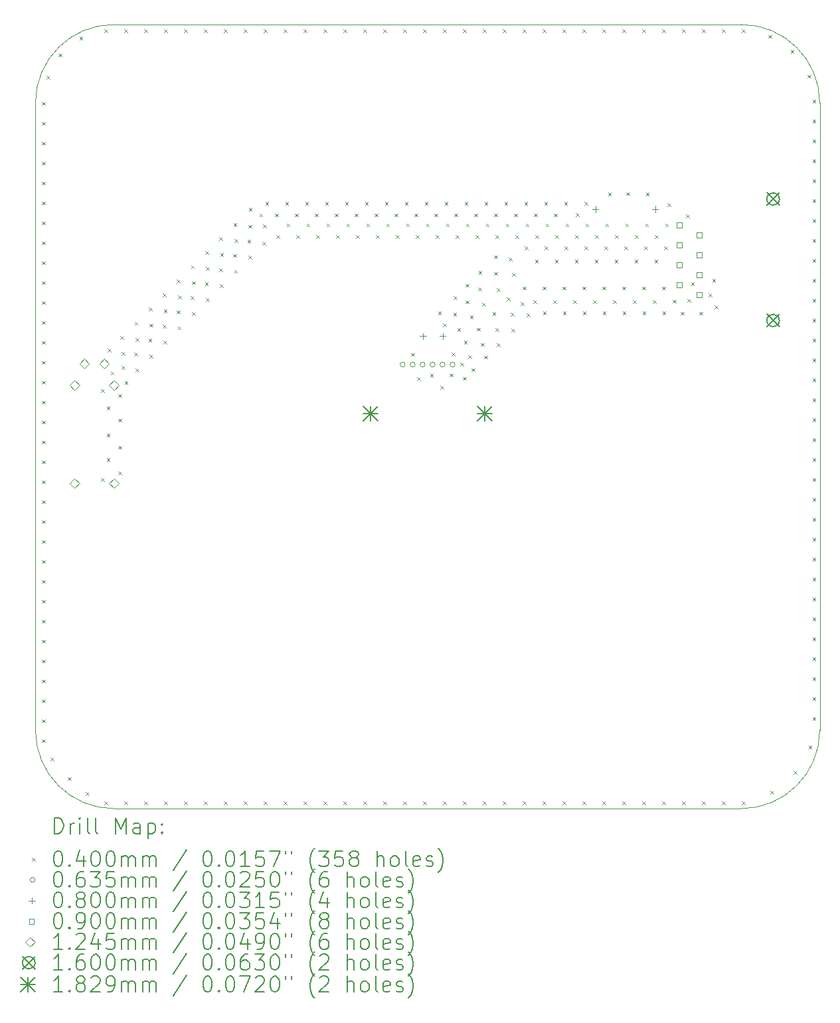
<source format=gbr>
%TF.GenerationSoftware,KiCad,Pcbnew,7.0.1*%
%TF.CreationDate,2024-08-21T14:55:40-07:00*%
%TF.ProjectId,Dual encoder controller - left,4475616c-2065-46e6-936f-64657220636f,rev?*%
%TF.SameCoordinates,Original*%
%TF.FileFunction,Drillmap*%
%TF.FilePolarity,Positive*%
%FSLAX45Y45*%
G04 Gerber Fmt 4.5, Leading zero omitted, Abs format (unit mm)*
G04 Created by KiCad (PCBNEW 7.0.1) date 2024-08-21 14:55:40*
%MOMM*%
%LPD*%
G01*
G04 APERTURE LIST*
%ADD10C,0.100000*%
%ADD11C,0.200000*%
%ADD12C,0.040000*%
%ADD13C,0.063500*%
%ADD14C,0.080000*%
%ADD15C,0.090000*%
%ADD16C,0.124460*%
%ADD17C,0.160000*%
%ADD18C,0.182880*%
G04 APERTURE END LIST*
D10*
X12500000Y-5000000D02*
G75*
G03*
X11500000Y-6000000I0J-1000000D01*
G01*
X11500000Y-14000000D02*
X11500000Y-6000000D01*
X12500000Y-5000000D02*
X20500000Y-5000000D01*
X20500000Y-15000000D02*
X12500000Y-15000000D01*
X11500000Y-14000000D02*
G75*
G03*
X12500000Y-15000000I1000000J0D01*
G01*
X21500000Y-6000000D02*
X21500000Y-14000000D01*
X20500000Y-15000000D02*
G75*
G03*
X21500000Y-14000000I0J1000000D01*
G01*
X21500000Y-6000000D02*
G75*
G03*
X20500000Y-5000000I-1000000J0D01*
G01*
D11*
D12*
X11583000Y-5989000D02*
X11623000Y-6029000D01*
X11623000Y-5989000D02*
X11583000Y-6029000D01*
X11583000Y-6243000D02*
X11623000Y-6283000D01*
X11623000Y-6243000D02*
X11583000Y-6283000D01*
X11583000Y-6497000D02*
X11623000Y-6537000D01*
X11623000Y-6497000D02*
X11583000Y-6537000D01*
X11583000Y-6751000D02*
X11623000Y-6791000D01*
X11623000Y-6751000D02*
X11583000Y-6791000D01*
X11583000Y-7005000D02*
X11623000Y-7045000D01*
X11623000Y-7005000D02*
X11583000Y-7045000D01*
X11583000Y-7259000D02*
X11623000Y-7299000D01*
X11623000Y-7259000D02*
X11583000Y-7299000D01*
X11583000Y-7513000D02*
X11623000Y-7553000D01*
X11623000Y-7513000D02*
X11583000Y-7553000D01*
X11583000Y-7767000D02*
X11623000Y-7807000D01*
X11623000Y-7767000D02*
X11583000Y-7807000D01*
X11583000Y-8021000D02*
X11623000Y-8061000D01*
X11623000Y-8021000D02*
X11583000Y-8061000D01*
X11583000Y-8275000D02*
X11623000Y-8315000D01*
X11623000Y-8275000D02*
X11583000Y-8315000D01*
X11583000Y-8529000D02*
X11623000Y-8569000D01*
X11623000Y-8529000D02*
X11583000Y-8569000D01*
X11583000Y-8783000D02*
X11623000Y-8823000D01*
X11623000Y-8783000D02*
X11583000Y-8823000D01*
X11583000Y-9037000D02*
X11623000Y-9077000D01*
X11623000Y-9037000D02*
X11583000Y-9077000D01*
X11583000Y-9291000D02*
X11623000Y-9331000D01*
X11623000Y-9291000D02*
X11583000Y-9331000D01*
X11583000Y-9545000D02*
X11623000Y-9585000D01*
X11623000Y-9545000D02*
X11583000Y-9585000D01*
X11583000Y-9799000D02*
X11623000Y-9839000D01*
X11623000Y-9799000D02*
X11583000Y-9839000D01*
X11583000Y-10053000D02*
X11623000Y-10093000D01*
X11623000Y-10053000D02*
X11583000Y-10093000D01*
X11583000Y-10307000D02*
X11623000Y-10347000D01*
X11623000Y-10307000D02*
X11583000Y-10347000D01*
X11583000Y-10561000D02*
X11623000Y-10601000D01*
X11623000Y-10561000D02*
X11583000Y-10601000D01*
X11583000Y-10815000D02*
X11623000Y-10855000D01*
X11623000Y-10815000D02*
X11583000Y-10855000D01*
X11583000Y-11069000D02*
X11623000Y-11109000D01*
X11623000Y-11069000D02*
X11583000Y-11109000D01*
X11583000Y-11323000D02*
X11623000Y-11363000D01*
X11623000Y-11323000D02*
X11583000Y-11363000D01*
X11583000Y-11577000D02*
X11623000Y-11617000D01*
X11623000Y-11577000D02*
X11583000Y-11617000D01*
X11583000Y-11831000D02*
X11623000Y-11871000D01*
X11623000Y-11831000D02*
X11583000Y-11871000D01*
X11583000Y-12085000D02*
X11623000Y-12125000D01*
X11623000Y-12085000D02*
X11583000Y-12125000D01*
X11583000Y-12339000D02*
X11623000Y-12379000D01*
X11623000Y-12339000D02*
X11583000Y-12379000D01*
X11583000Y-12593000D02*
X11623000Y-12633000D01*
X11623000Y-12593000D02*
X11583000Y-12633000D01*
X11583000Y-12847000D02*
X11623000Y-12887000D01*
X11623000Y-12847000D02*
X11583000Y-12887000D01*
X11583000Y-13101000D02*
X11623000Y-13141000D01*
X11623000Y-13101000D02*
X11583000Y-13141000D01*
X11583000Y-13355000D02*
X11623000Y-13395000D01*
X11623000Y-13355000D02*
X11583000Y-13395000D01*
X11583000Y-13609000D02*
X11623000Y-13649000D01*
X11623000Y-13609000D02*
X11583000Y-13649000D01*
X11583000Y-13863000D02*
X11623000Y-13903000D01*
X11623000Y-13863000D02*
X11583000Y-13903000D01*
X11583000Y-14117000D02*
X11623000Y-14157000D01*
X11623000Y-14117000D02*
X11583000Y-14157000D01*
X11642000Y-5655000D02*
X11682000Y-5695000D01*
X11682000Y-5655000D02*
X11642000Y-5695000D01*
X11694000Y-14352000D02*
X11734000Y-14392000D01*
X11734000Y-14352000D02*
X11694000Y-14392000D01*
X11795000Y-5369000D02*
X11835000Y-5409000D01*
X11835000Y-5369000D02*
X11795000Y-5409000D01*
X11910000Y-14598000D02*
X11950000Y-14638000D01*
X11950000Y-14598000D02*
X11910000Y-14638000D01*
X12061000Y-5155000D02*
X12101000Y-5195000D01*
X12101000Y-5155000D02*
X12061000Y-5195000D01*
X12141000Y-14792000D02*
X12181000Y-14832000D01*
X12181000Y-14792000D02*
X12141000Y-14832000D01*
X12336000Y-10783000D02*
X12376000Y-10823000D01*
X12376000Y-10783000D02*
X12336000Y-10823000D01*
X12339000Y-9652000D02*
X12379000Y-9692000D01*
X12379000Y-9652000D02*
X12339000Y-9692000D01*
X12378000Y-5060000D02*
X12418000Y-5100000D01*
X12418000Y-5060000D02*
X12378000Y-5100000D01*
X12378000Y-14910000D02*
X12418000Y-14950000D01*
X12418000Y-14910000D02*
X12378000Y-14950000D01*
X12407000Y-9872000D02*
X12447000Y-9912000D01*
X12447000Y-9872000D02*
X12407000Y-9912000D01*
X12407000Y-10215000D02*
X12447000Y-10255000D01*
X12447000Y-10215000D02*
X12407000Y-10255000D01*
X12407000Y-10529000D02*
X12447000Y-10569000D01*
X12447000Y-10529000D02*
X12407000Y-10569000D01*
X12419000Y-9136000D02*
X12459000Y-9176000D01*
X12459000Y-9136000D02*
X12419000Y-9176000D01*
X12458000Y-9425000D02*
X12498000Y-9465000D01*
X12498000Y-9425000D02*
X12458000Y-9465000D01*
X12554000Y-10375000D02*
X12594000Y-10415000D01*
X12594000Y-10375000D02*
X12554000Y-10415000D01*
X12555000Y-9713000D02*
X12595000Y-9753000D01*
X12595000Y-9713000D02*
X12555000Y-9753000D01*
X12555000Y-10027000D02*
X12595000Y-10067000D01*
X12595000Y-10027000D02*
X12555000Y-10067000D01*
X12555000Y-10698000D02*
X12595000Y-10738000D01*
X12595000Y-10698000D02*
X12555000Y-10738000D01*
X12584000Y-8971000D02*
X12624000Y-9011000D01*
X12624000Y-8971000D02*
X12584000Y-9011000D01*
X12596000Y-9175000D02*
X12636000Y-9215000D01*
X12636000Y-9175000D02*
X12596000Y-9215000D01*
X12601000Y-9355000D02*
X12641000Y-9395000D01*
X12641000Y-9355000D02*
X12601000Y-9395000D01*
X12632000Y-5060000D02*
X12672000Y-5100000D01*
X12672000Y-5060000D02*
X12632000Y-5100000D01*
X12632000Y-14910000D02*
X12672000Y-14950000D01*
X12672000Y-14910000D02*
X12632000Y-14950000D01*
X12636000Y-9547000D02*
X12676000Y-9587000D01*
X12676000Y-9547000D02*
X12636000Y-9587000D01*
X12762000Y-9186000D02*
X12802000Y-9226000D01*
X12802000Y-9186000D02*
X12762000Y-9226000D01*
X12764000Y-8791000D02*
X12804000Y-8831000D01*
X12804000Y-8791000D02*
X12764000Y-8831000D01*
X12774000Y-9390000D02*
X12814000Y-9430000D01*
X12814000Y-9390000D02*
X12774000Y-9430000D01*
X12776000Y-8995000D02*
X12816000Y-9035000D01*
X12816000Y-8995000D02*
X12776000Y-9035000D01*
X12886000Y-5060000D02*
X12926000Y-5100000D01*
X12926000Y-5060000D02*
X12886000Y-5100000D01*
X12886000Y-14910000D02*
X12926000Y-14950000D01*
X12926000Y-14910000D02*
X12886000Y-14950000D01*
X12942000Y-9006000D02*
X12982000Y-9046000D01*
X12982000Y-9006000D02*
X12942000Y-9046000D01*
X12944000Y-8611000D02*
X12984000Y-8651000D01*
X12984000Y-8611000D02*
X12944000Y-8651000D01*
X12954000Y-9210000D02*
X12994000Y-9250000D01*
X12994000Y-9210000D02*
X12954000Y-9250000D01*
X12956000Y-8815000D02*
X12996000Y-8855000D01*
X12996000Y-8815000D02*
X12956000Y-8855000D01*
X13122000Y-8826000D02*
X13162000Y-8866000D01*
X13162000Y-8826000D02*
X13122000Y-8866000D01*
X13124000Y-8431000D02*
X13164000Y-8471000D01*
X13164000Y-8431000D02*
X13124000Y-8471000D01*
X13134000Y-9030000D02*
X13174000Y-9070000D01*
X13174000Y-9030000D02*
X13134000Y-9070000D01*
X13136000Y-8635000D02*
X13176000Y-8675000D01*
X13176000Y-8635000D02*
X13136000Y-8675000D01*
X13140000Y-5060000D02*
X13180000Y-5100000D01*
X13180000Y-5060000D02*
X13140000Y-5100000D01*
X13140000Y-14910000D02*
X13180000Y-14950000D01*
X13180000Y-14910000D02*
X13140000Y-14950000D01*
X13302000Y-8646000D02*
X13342000Y-8686000D01*
X13342000Y-8646000D02*
X13302000Y-8686000D01*
X13304000Y-8251000D02*
X13344000Y-8291000D01*
X13344000Y-8251000D02*
X13304000Y-8291000D01*
X13314000Y-8850000D02*
X13354000Y-8890000D01*
X13354000Y-8850000D02*
X13314000Y-8890000D01*
X13316000Y-8455000D02*
X13356000Y-8495000D01*
X13356000Y-8455000D02*
X13316000Y-8495000D01*
X13394000Y-5060000D02*
X13434000Y-5100000D01*
X13434000Y-5060000D02*
X13394000Y-5100000D01*
X13394000Y-14910000D02*
X13434000Y-14950000D01*
X13434000Y-14910000D02*
X13394000Y-14950000D01*
X13482000Y-8466000D02*
X13522000Y-8506000D01*
X13522000Y-8466000D02*
X13482000Y-8506000D01*
X13484000Y-8071000D02*
X13524000Y-8111000D01*
X13524000Y-8071000D02*
X13484000Y-8111000D01*
X13494000Y-8670000D02*
X13534000Y-8710000D01*
X13534000Y-8670000D02*
X13494000Y-8710000D01*
X13496000Y-8275000D02*
X13536000Y-8315000D01*
X13536000Y-8275000D02*
X13496000Y-8315000D01*
X13648000Y-5060000D02*
X13688000Y-5100000D01*
X13688000Y-5060000D02*
X13648000Y-5100000D01*
X13648000Y-14910000D02*
X13688000Y-14950000D01*
X13688000Y-14910000D02*
X13648000Y-14950000D01*
X13662000Y-8286000D02*
X13702000Y-8326000D01*
X13702000Y-8286000D02*
X13662000Y-8326000D01*
X13664000Y-7891000D02*
X13704000Y-7931000D01*
X13704000Y-7891000D02*
X13664000Y-7931000D01*
X13674000Y-8490000D02*
X13714000Y-8530000D01*
X13714000Y-8490000D02*
X13674000Y-8530000D01*
X13676000Y-8095000D02*
X13716000Y-8135000D01*
X13716000Y-8095000D02*
X13676000Y-8135000D01*
X13842000Y-8106000D02*
X13882000Y-8146000D01*
X13882000Y-8106000D02*
X13842000Y-8146000D01*
X13844000Y-7711000D02*
X13884000Y-7751000D01*
X13884000Y-7711000D02*
X13844000Y-7751000D01*
X13854000Y-8310000D02*
X13894000Y-8350000D01*
X13894000Y-8310000D02*
X13854000Y-8350000D01*
X13856000Y-7915000D02*
X13896000Y-7955000D01*
X13896000Y-7915000D02*
X13856000Y-7955000D01*
X13902000Y-5060000D02*
X13942000Y-5100000D01*
X13942000Y-5060000D02*
X13902000Y-5100000D01*
X13902000Y-14910000D02*
X13942000Y-14950000D01*
X13942000Y-14910000D02*
X13902000Y-14950000D01*
X14022000Y-7926000D02*
X14062000Y-7966000D01*
X14062000Y-7926000D02*
X14022000Y-7966000D01*
X14024000Y-7531000D02*
X14064000Y-7571000D01*
X14064000Y-7531000D02*
X14024000Y-7571000D01*
X14034000Y-8130000D02*
X14074000Y-8170000D01*
X14074000Y-8130000D02*
X14034000Y-8170000D01*
X14036000Y-7735000D02*
X14076000Y-7775000D01*
X14076000Y-7735000D02*
X14036000Y-7775000D01*
X14156000Y-5060000D02*
X14196000Y-5100000D01*
X14196000Y-5060000D02*
X14156000Y-5100000D01*
X14156000Y-14910000D02*
X14196000Y-14950000D01*
X14196000Y-14910000D02*
X14156000Y-14950000D01*
X14202000Y-7746000D02*
X14242000Y-7786000D01*
X14242000Y-7746000D02*
X14202000Y-7786000D01*
X14214000Y-7950000D02*
X14254000Y-7990000D01*
X14254000Y-7950000D02*
X14214000Y-7990000D01*
X14216000Y-7555000D02*
X14256000Y-7595000D01*
X14256000Y-7555000D02*
X14216000Y-7595000D01*
X14219000Y-7339000D02*
X14259000Y-7379000D01*
X14259000Y-7339000D02*
X14219000Y-7379000D01*
X14356000Y-7411000D02*
X14396000Y-7451000D01*
X14396000Y-7411000D02*
X14356000Y-7451000D01*
X14394000Y-7770000D02*
X14434000Y-7810000D01*
X14434000Y-7770000D02*
X14394000Y-7810000D01*
X14404000Y-7552000D02*
X14444000Y-7592000D01*
X14444000Y-7552000D02*
X14404000Y-7592000D01*
X14410000Y-5060000D02*
X14450000Y-5100000D01*
X14450000Y-5060000D02*
X14410000Y-5100000D01*
X14410000Y-14910000D02*
X14450000Y-14950000D01*
X14450000Y-14910000D02*
X14410000Y-14950000D01*
X14432000Y-7262000D02*
X14472000Y-7302000D01*
X14472000Y-7262000D02*
X14432000Y-7302000D01*
X14555000Y-7410000D02*
X14595000Y-7450000D01*
X14595000Y-7410000D02*
X14555000Y-7450000D01*
X14572000Y-7685000D02*
X14612000Y-7725000D01*
X14612000Y-7685000D02*
X14572000Y-7725000D01*
X14664000Y-5060000D02*
X14704000Y-5100000D01*
X14704000Y-5060000D02*
X14664000Y-5100000D01*
X14664000Y-14910000D02*
X14704000Y-14950000D01*
X14704000Y-14910000D02*
X14664000Y-14950000D01*
X14686000Y-7262000D02*
X14726000Y-7302000D01*
X14726000Y-7262000D02*
X14686000Y-7302000D01*
X14703000Y-7537000D02*
X14743000Y-7577000D01*
X14743000Y-7537000D02*
X14703000Y-7577000D01*
X14809000Y-7410000D02*
X14849000Y-7450000D01*
X14849000Y-7410000D02*
X14809000Y-7450000D01*
X14826000Y-7685000D02*
X14866000Y-7725000D01*
X14866000Y-7685000D02*
X14826000Y-7725000D01*
X14918000Y-5060000D02*
X14958000Y-5100000D01*
X14958000Y-5060000D02*
X14918000Y-5100000D01*
X14918000Y-14910000D02*
X14958000Y-14950000D01*
X14958000Y-14910000D02*
X14918000Y-14950000D01*
X14940000Y-7262000D02*
X14980000Y-7302000D01*
X14980000Y-7262000D02*
X14940000Y-7302000D01*
X14957000Y-7537000D02*
X14997000Y-7577000D01*
X14997000Y-7537000D02*
X14957000Y-7577000D01*
X15063000Y-7410000D02*
X15103000Y-7450000D01*
X15103000Y-7410000D02*
X15063000Y-7450000D01*
X15080000Y-7685000D02*
X15120000Y-7725000D01*
X15120000Y-7685000D02*
X15080000Y-7725000D01*
X15172000Y-5060000D02*
X15212000Y-5100000D01*
X15212000Y-5060000D02*
X15172000Y-5100000D01*
X15172000Y-14910000D02*
X15212000Y-14950000D01*
X15212000Y-14910000D02*
X15172000Y-14950000D01*
X15194000Y-7262000D02*
X15234000Y-7302000D01*
X15234000Y-7262000D02*
X15194000Y-7302000D01*
X15211000Y-7537000D02*
X15251000Y-7577000D01*
X15251000Y-7537000D02*
X15211000Y-7577000D01*
X15317000Y-7410000D02*
X15357000Y-7450000D01*
X15357000Y-7410000D02*
X15317000Y-7450000D01*
X15334000Y-7685000D02*
X15374000Y-7725000D01*
X15374000Y-7685000D02*
X15334000Y-7725000D01*
X15426000Y-5060000D02*
X15466000Y-5100000D01*
X15466000Y-5060000D02*
X15426000Y-5100000D01*
X15426000Y-14910000D02*
X15466000Y-14950000D01*
X15466000Y-14910000D02*
X15426000Y-14950000D01*
X15448000Y-7262000D02*
X15488000Y-7302000D01*
X15488000Y-7262000D02*
X15448000Y-7302000D01*
X15465000Y-7537000D02*
X15505000Y-7577000D01*
X15505000Y-7537000D02*
X15465000Y-7577000D01*
X15571000Y-7410000D02*
X15611000Y-7450000D01*
X15611000Y-7410000D02*
X15571000Y-7450000D01*
X15588000Y-7685000D02*
X15628000Y-7725000D01*
X15628000Y-7685000D02*
X15588000Y-7725000D01*
X15680000Y-5060000D02*
X15720000Y-5100000D01*
X15720000Y-5060000D02*
X15680000Y-5100000D01*
X15680000Y-14910000D02*
X15720000Y-14950000D01*
X15720000Y-14910000D02*
X15680000Y-14950000D01*
X15702000Y-7262000D02*
X15742000Y-7302000D01*
X15742000Y-7262000D02*
X15702000Y-7302000D01*
X15719000Y-7537000D02*
X15759000Y-7577000D01*
X15759000Y-7537000D02*
X15719000Y-7577000D01*
X15825000Y-7410000D02*
X15865000Y-7450000D01*
X15865000Y-7410000D02*
X15825000Y-7450000D01*
X15842000Y-7685000D02*
X15882000Y-7725000D01*
X15882000Y-7685000D02*
X15842000Y-7725000D01*
X15934000Y-5060000D02*
X15974000Y-5100000D01*
X15974000Y-5060000D02*
X15934000Y-5100000D01*
X15934000Y-14910000D02*
X15974000Y-14950000D01*
X15974000Y-14910000D02*
X15934000Y-14950000D01*
X15956000Y-7262000D02*
X15996000Y-7302000D01*
X15996000Y-7262000D02*
X15956000Y-7302000D01*
X15973000Y-7537000D02*
X16013000Y-7577000D01*
X16013000Y-7537000D02*
X15973000Y-7577000D01*
X16079000Y-7410000D02*
X16119000Y-7450000D01*
X16119000Y-7410000D02*
X16079000Y-7450000D01*
X16096000Y-7685000D02*
X16136000Y-7725000D01*
X16136000Y-7685000D02*
X16096000Y-7725000D01*
X16188000Y-5060000D02*
X16228000Y-5100000D01*
X16228000Y-5060000D02*
X16188000Y-5100000D01*
X16188000Y-14910000D02*
X16228000Y-14950000D01*
X16228000Y-14910000D02*
X16188000Y-14950000D01*
X16210000Y-7262000D02*
X16250000Y-7302000D01*
X16250000Y-7262000D02*
X16210000Y-7302000D01*
X16227000Y-7537000D02*
X16267000Y-7577000D01*
X16267000Y-7537000D02*
X16227000Y-7577000D01*
X16292000Y-9189000D02*
X16332000Y-9229000D01*
X16332000Y-9189000D02*
X16292000Y-9229000D01*
X16333000Y-7410000D02*
X16373000Y-7450000D01*
X16373000Y-7410000D02*
X16333000Y-7450000D01*
X16350000Y-7685000D02*
X16390000Y-7725000D01*
X16390000Y-7685000D02*
X16350000Y-7725000D01*
X16367000Y-9498000D02*
X16407000Y-9538000D01*
X16407000Y-9498000D02*
X16367000Y-9538000D01*
X16442000Y-5060000D02*
X16482000Y-5100000D01*
X16482000Y-5060000D02*
X16442000Y-5100000D01*
X16442000Y-14910000D02*
X16482000Y-14950000D01*
X16482000Y-14910000D02*
X16442000Y-14950000D01*
X16464000Y-7262000D02*
X16504000Y-7302000D01*
X16504000Y-7262000D02*
X16464000Y-7302000D01*
X16481000Y-7537000D02*
X16521000Y-7577000D01*
X16521000Y-7537000D02*
X16481000Y-7577000D01*
X16532000Y-9456000D02*
X16572000Y-9496000D01*
X16572000Y-9456000D02*
X16532000Y-9496000D01*
X16587000Y-7410000D02*
X16627000Y-7450000D01*
X16627000Y-7410000D02*
X16587000Y-7450000D01*
X16604000Y-7685000D02*
X16644000Y-7725000D01*
X16644000Y-7685000D02*
X16604000Y-7725000D01*
X16632000Y-8660000D02*
X16672000Y-8700000D01*
X16672000Y-8660000D02*
X16632000Y-8700000D01*
X16661000Y-9607000D02*
X16701000Y-9647000D01*
X16701000Y-9607000D02*
X16661000Y-9647000D01*
X16695000Y-8810000D02*
X16735000Y-8850000D01*
X16735000Y-8810000D02*
X16695000Y-8850000D01*
X16696000Y-5060000D02*
X16736000Y-5100000D01*
X16736000Y-5060000D02*
X16696000Y-5100000D01*
X16696000Y-14910000D02*
X16736000Y-14950000D01*
X16736000Y-14910000D02*
X16696000Y-14950000D01*
X16718000Y-7262000D02*
X16758000Y-7302000D01*
X16758000Y-7262000D02*
X16718000Y-7302000D01*
X16735000Y-7537000D02*
X16775000Y-7577000D01*
X16775000Y-7537000D02*
X16735000Y-7577000D01*
X16778000Y-9450000D02*
X16818000Y-9490000D01*
X16818000Y-9450000D02*
X16778000Y-9490000D01*
X16807000Y-9186000D02*
X16847000Y-9226000D01*
X16847000Y-9186000D02*
X16807000Y-9226000D01*
X16828000Y-8675000D02*
X16868000Y-8715000D01*
X16868000Y-8675000D02*
X16828000Y-8715000D01*
X16830000Y-8463000D02*
X16870000Y-8503000D01*
X16870000Y-8463000D02*
X16830000Y-8503000D01*
X16841000Y-7410000D02*
X16881000Y-7450000D01*
X16881000Y-7410000D02*
X16841000Y-7450000D01*
X16858000Y-7685000D02*
X16898000Y-7725000D01*
X16898000Y-7685000D02*
X16858000Y-7725000D01*
X16878000Y-8869000D02*
X16918000Y-8909000D01*
X16918000Y-8869000D02*
X16878000Y-8909000D01*
X16914000Y-9314000D02*
X16954000Y-9354000D01*
X16954000Y-9314000D02*
X16914000Y-9354000D01*
X16950000Y-5060000D02*
X16990000Y-5100000D01*
X16990000Y-5060000D02*
X16950000Y-5100000D01*
X16950000Y-14910000D02*
X16990000Y-14950000D01*
X16990000Y-14910000D02*
X16950000Y-14950000D01*
X16952000Y-9494000D02*
X16992000Y-9534000D01*
X16992000Y-9494000D02*
X16952000Y-9534000D01*
X16963000Y-9030000D02*
X17003000Y-9070000D01*
X17003000Y-9030000D02*
X16963000Y-9070000D01*
X16972000Y-7262000D02*
X17012000Y-7302000D01*
X17012000Y-7262000D02*
X16972000Y-7302000D01*
X16984000Y-8519000D02*
X17024000Y-8559000D01*
X17024000Y-8519000D02*
X16984000Y-8559000D01*
X16986000Y-8307000D02*
X17026000Y-8347000D01*
X17026000Y-8307000D02*
X16986000Y-8347000D01*
X16989000Y-7537000D02*
X17029000Y-7577000D01*
X17029000Y-7537000D02*
X16989000Y-7577000D01*
X17018000Y-9219000D02*
X17058000Y-9259000D01*
X17058000Y-9219000D02*
X17018000Y-9259000D01*
X17039000Y-8708000D02*
X17079000Y-8748000D01*
X17079000Y-8708000D02*
X17039000Y-8748000D01*
X17063000Y-9383000D02*
X17103000Y-9423000D01*
X17103000Y-9383000D02*
X17063000Y-9423000D01*
X17095000Y-7410000D02*
X17135000Y-7450000D01*
X17135000Y-7410000D02*
X17095000Y-7450000D01*
X17112000Y-7685000D02*
X17152000Y-7725000D01*
X17152000Y-7685000D02*
X17112000Y-7725000D01*
X17126000Y-8867000D02*
X17166000Y-8907000D01*
X17166000Y-8867000D02*
X17126000Y-8907000D01*
X17147000Y-8356000D02*
X17187000Y-8396000D01*
X17187000Y-8356000D02*
X17147000Y-8396000D01*
X17149000Y-8144000D02*
X17189000Y-8184000D01*
X17189000Y-8144000D02*
X17149000Y-8184000D01*
X17176000Y-9061000D02*
X17216000Y-9101000D01*
X17216000Y-9061000D02*
X17176000Y-9101000D01*
X17197000Y-8550000D02*
X17237000Y-8590000D01*
X17237000Y-8550000D02*
X17197000Y-8590000D01*
X17204000Y-5060000D02*
X17244000Y-5100000D01*
X17244000Y-5060000D02*
X17204000Y-5100000D01*
X17204000Y-14910000D02*
X17244000Y-14950000D01*
X17244000Y-14910000D02*
X17204000Y-14950000D01*
X17224000Y-9222000D02*
X17264000Y-9262000D01*
X17264000Y-9222000D02*
X17224000Y-9262000D01*
X17226000Y-7262000D02*
X17266000Y-7302000D01*
X17266000Y-7262000D02*
X17226000Y-7302000D01*
X17243000Y-7537000D02*
X17283000Y-7577000D01*
X17283000Y-7537000D02*
X17243000Y-7577000D01*
X17326000Y-8666000D02*
X17366000Y-8706000D01*
X17366000Y-8666000D02*
X17326000Y-8706000D01*
X17347000Y-8155000D02*
X17387000Y-8195000D01*
X17387000Y-8155000D02*
X17347000Y-8195000D01*
X17349000Y-7410000D02*
X17389000Y-7450000D01*
X17389000Y-7410000D02*
X17349000Y-7450000D01*
X17349000Y-7943000D02*
X17389000Y-7983000D01*
X17389000Y-7943000D02*
X17349000Y-7983000D01*
X17364000Y-8874000D02*
X17404000Y-8914000D01*
X17404000Y-8874000D02*
X17364000Y-8914000D01*
X17366000Y-7685000D02*
X17406000Y-7725000D01*
X17406000Y-7685000D02*
X17366000Y-7725000D01*
X17382000Y-9064000D02*
X17422000Y-9104000D01*
X17422000Y-9064000D02*
X17382000Y-9104000D01*
X17385000Y-8363000D02*
X17425000Y-8403000D01*
X17425000Y-8363000D02*
X17385000Y-8403000D01*
X17458000Y-5060000D02*
X17498000Y-5100000D01*
X17498000Y-5060000D02*
X17458000Y-5100000D01*
X17458000Y-14910000D02*
X17498000Y-14950000D01*
X17498000Y-14910000D02*
X17458000Y-14950000D01*
X17480000Y-7262000D02*
X17520000Y-7302000D01*
X17520000Y-7262000D02*
X17480000Y-7302000D01*
X17497000Y-7537000D02*
X17537000Y-7577000D01*
X17537000Y-7537000D02*
X17497000Y-7577000D01*
X17511000Y-8482000D02*
X17551000Y-8522000D01*
X17551000Y-8482000D02*
X17511000Y-8522000D01*
X17532000Y-7971000D02*
X17572000Y-8011000D01*
X17572000Y-7971000D02*
X17532000Y-8011000D01*
X17558000Y-8679000D02*
X17598000Y-8719000D01*
X17598000Y-8679000D02*
X17558000Y-8719000D01*
X17570000Y-8877000D02*
X17610000Y-8917000D01*
X17610000Y-8877000D02*
X17570000Y-8917000D01*
X17579000Y-8168000D02*
X17619000Y-8208000D01*
X17619000Y-8168000D02*
X17579000Y-8208000D01*
X17603000Y-7410000D02*
X17643000Y-7450000D01*
X17643000Y-7410000D02*
X17603000Y-7450000D01*
X17620000Y-7685000D02*
X17660000Y-7725000D01*
X17660000Y-7685000D02*
X17620000Y-7725000D01*
X17687000Y-8541000D02*
X17727000Y-8581000D01*
X17727000Y-8541000D02*
X17687000Y-8581000D01*
X17712000Y-5060000D02*
X17752000Y-5100000D01*
X17752000Y-5060000D02*
X17712000Y-5100000D01*
X17712000Y-14910000D02*
X17752000Y-14950000D01*
X17752000Y-14910000D02*
X17712000Y-14950000D01*
X17714000Y-8342000D02*
X17754000Y-8382000D01*
X17754000Y-8342000D02*
X17714000Y-8382000D01*
X17734000Y-7262000D02*
X17774000Y-7302000D01*
X17774000Y-7262000D02*
X17734000Y-7302000D01*
X17735000Y-7831000D02*
X17775000Y-7871000D01*
X17775000Y-7831000D02*
X17735000Y-7871000D01*
X17751000Y-7537000D02*
X17791000Y-7577000D01*
X17791000Y-7537000D02*
X17751000Y-7577000D01*
X17764000Y-8682000D02*
X17804000Y-8722000D01*
X17804000Y-8682000D02*
X17764000Y-8722000D01*
X17849000Y-8513000D02*
X17889000Y-8553000D01*
X17889000Y-8513000D02*
X17849000Y-8553000D01*
X17857000Y-7410000D02*
X17897000Y-7450000D01*
X17897000Y-7410000D02*
X17857000Y-7450000D01*
X17870000Y-8002000D02*
X17910000Y-8042000D01*
X17910000Y-8002000D02*
X17870000Y-8042000D01*
X17874000Y-7685000D02*
X17914000Y-7725000D01*
X17914000Y-7685000D02*
X17874000Y-7725000D01*
X17966000Y-5060000D02*
X18006000Y-5100000D01*
X18006000Y-5060000D02*
X17966000Y-5100000D01*
X17966000Y-14910000D02*
X18006000Y-14950000D01*
X18006000Y-14910000D02*
X17966000Y-14950000D01*
X17968000Y-8342000D02*
X18008000Y-8382000D01*
X18008000Y-8342000D02*
X17968000Y-8382000D01*
X17971000Y-8661000D02*
X18011000Y-8701000D01*
X18011000Y-8661000D02*
X17971000Y-8701000D01*
X17988000Y-7262000D02*
X18028000Y-7302000D01*
X18028000Y-7262000D02*
X17988000Y-7302000D01*
X17989000Y-7831000D02*
X18029000Y-7871000D01*
X18029000Y-7831000D02*
X17989000Y-7871000D01*
X18005000Y-7537000D02*
X18045000Y-7577000D01*
X18045000Y-7537000D02*
X18005000Y-7577000D01*
X18103000Y-8513000D02*
X18143000Y-8553000D01*
X18143000Y-8513000D02*
X18103000Y-8553000D01*
X18111000Y-7410000D02*
X18151000Y-7450000D01*
X18151000Y-7410000D02*
X18111000Y-7450000D01*
X18124000Y-8002000D02*
X18164000Y-8042000D01*
X18164000Y-8002000D02*
X18124000Y-8042000D01*
X18128000Y-7685000D02*
X18168000Y-7725000D01*
X18168000Y-7685000D02*
X18128000Y-7725000D01*
X18220000Y-5060000D02*
X18260000Y-5100000D01*
X18260000Y-5060000D02*
X18220000Y-5100000D01*
X18220000Y-14910000D02*
X18260000Y-14950000D01*
X18260000Y-14910000D02*
X18220000Y-14950000D01*
X18222000Y-8342000D02*
X18262000Y-8382000D01*
X18262000Y-8342000D02*
X18222000Y-8382000D01*
X18225000Y-8661000D02*
X18265000Y-8701000D01*
X18265000Y-8661000D02*
X18225000Y-8701000D01*
X18242000Y-7262000D02*
X18282000Y-7302000D01*
X18282000Y-7262000D02*
X18242000Y-7302000D01*
X18243000Y-7831000D02*
X18283000Y-7871000D01*
X18283000Y-7831000D02*
X18243000Y-7871000D01*
X18259000Y-7537000D02*
X18299000Y-7577000D01*
X18299000Y-7537000D02*
X18259000Y-7577000D01*
X18357000Y-8513000D02*
X18397000Y-8553000D01*
X18397000Y-8513000D02*
X18357000Y-8553000D01*
X18378000Y-8002000D02*
X18418000Y-8042000D01*
X18418000Y-8002000D02*
X18378000Y-8042000D01*
X18382000Y-7685000D02*
X18422000Y-7725000D01*
X18422000Y-7685000D02*
X18382000Y-7725000D01*
X18387000Y-7409000D02*
X18427000Y-7449000D01*
X18427000Y-7409000D02*
X18387000Y-7449000D01*
X18474000Y-5060000D02*
X18514000Y-5100000D01*
X18514000Y-5060000D02*
X18474000Y-5100000D01*
X18474000Y-14910000D02*
X18514000Y-14950000D01*
X18514000Y-14910000D02*
X18474000Y-14950000D01*
X18476000Y-8342000D02*
X18516000Y-8382000D01*
X18516000Y-8342000D02*
X18476000Y-8382000D01*
X18479000Y-8661000D02*
X18519000Y-8701000D01*
X18519000Y-8661000D02*
X18479000Y-8701000D01*
X18497000Y-7262000D02*
X18537000Y-7302000D01*
X18537000Y-7262000D02*
X18497000Y-7302000D01*
X18497000Y-7831000D02*
X18537000Y-7871000D01*
X18537000Y-7831000D02*
X18497000Y-7871000D01*
X18513000Y-7537000D02*
X18553000Y-7577000D01*
X18553000Y-7537000D02*
X18513000Y-7577000D01*
X18611000Y-8513000D02*
X18651000Y-8553000D01*
X18651000Y-8513000D02*
X18611000Y-8553000D01*
X18632000Y-8002000D02*
X18672000Y-8042000D01*
X18672000Y-8002000D02*
X18632000Y-8042000D01*
X18636000Y-7685000D02*
X18676000Y-7725000D01*
X18676000Y-7685000D02*
X18636000Y-7725000D01*
X18728000Y-5060000D02*
X18768000Y-5100000D01*
X18768000Y-5060000D02*
X18728000Y-5100000D01*
X18728000Y-14910000D02*
X18768000Y-14950000D01*
X18768000Y-14910000D02*
X18728000Y-14950000D01*
X18730000Y-8342000D02*
X18770000Y-8382000D01*
X18770000Y-8342000D02*
X18730000Y-8382000D01*
X18733000Y-8661000D02*
X18773000Y-8701000D01*
X18773000Y-8661000D02*
X18733000Y-8701000D01*
X18751000Y-7831000D02*
X18791000Y-7871000D01*
X18791000Y-7831000D02*
X18751000Y-7871000D01*
X18767000Y-7537000D02*
X18807000Y-7577000D01*
X18807000Y-7537000D02*
X18767000Y-7577000D01*
X18800000Y-7146000D02*
X18840000Y-7186000D01*
X18840000Y-7146000D02*
X18800000Y-7186000D01*
X18865000Y-8513000D02*
X18905000Y-8553000D01*
X18905000Y-8513000D02*
X18865000Y-8553000D01*
X18886000Y-8002000D02*
X18926000Y-8042000D01*
X18926000Y-8002000D02*
X18886000Y-8042000D01*
X18890000Y-7685000D02*
X18930000Y-7725000D01*
X18930000Y-7685000D02*
X18890000Y-7725000D01*
X18982000Y-5060000D02*
X19022000Y-5100000D01*
X19022000Y-5060000D02*
X18982000Y-5100000D01*
X18982000Y-14910000D02*
X19022000Y-14950000D01*
X19022000Y-14910000D02*
X18982000Y-14950000D01*
X18984000Y-8342000D02*
X19024000Y-8382000D01*
X19024000Y-8342000D02*
X18984000Y-8382000D01*
X18987000Y-8661000D02*
X19027000Y-8701000D01*
X19027000Y-8661000D02*
X18987000Y-8701000D01*
X19005000Y-7831000D02*
X19045000Y-7871000D01*
X19045000Y-7831000D02*
X19005000Y-7871000D01*
X19021000Y-7537000D02*
X19061000Y-7577000D01*
X19061000Y-7537000D02*
X19021000Y-7577000D01*
X19035000Y-7139000D02*
X19075000Y-7179000D01*
X19075000Y-7139000D02*
X19035000Y-7179000D01*
X19119000Y-8513000D02*
X19159000Y-8553000D01*
X19159000Y-8513000D02*
X19119000Y-8553000D01*
X19140000Y-8002000D02*
X19180000Y-8042000D01*
X19180000Y-8002000D02*
X19140000Y-8042000D01*
X19144000Y-7685000D02*
X19184000Y-7725000D01*
X19184000Y-7685000D02*
X19144000Y-7725000D01*
X19236000Y-5060000D02*
X19276000Y-5100000D01*
X19276000Y-5060000D02*
X19236000Y-5100000D01*
X19236000Y-14909000D02*
X19276000Y-14949000D01*
X19276000Y-14909000D02*
X19236000Y-14949000D01*
X19238000Y-8342000D02*
X19278000Y-8382000D01*
X19278000Y-8342000D02*
X19238000Y-8382000D01*
X19241000Y-8661000D02*
X19281000Y-8701000D01*
X19281000Y-8661000D02*
X19241000Y-8701000D01*
X19259000Y-7831000D02*
X19299000Y-7871000D01*
X19299000Y-7831000D02*
X19259000Y-7871000D01*
X19275000Y-7537000D02*
X19315000Y-7577000D01*
X19315000Y-7537000D02*
X19275000Y-7577000D01*
X19284000Y-7146000D02*
X19324000Y-7186000D01*
X19324000Y-7146000D02*
X19284000Y-7186000D01*
X19373000Y-8513000D02*
X19413000Y-8553000D01*
X19413000Y-8513000D02*
X19373000Y-8553000D01*
X19394000Y-8002000D02*
X19434000Y-8042000D01*
X19434000Y-8002000D02*
X19394000Y-8042000D01*
X19398000Y-7685000D02*
X19438000Y-7725000D01*
X19438000Y-7685000D02*
X19398000Y-7725000D01*
X19490000Y-5060000D02*
X19530000Y-5100000D01*
X19530000Y-5060000D02*
X19490000Y-5100000D01*
X19490000Y-14909000D02*
X19530000Y-14949000D01*
X19530000Y-14909000D02*
X19490000Y-14949000D01*
X19492000Y-8342000D02*
X19532000Y-8382000D01*
X19532000Y-8342000D02*
X19492000Y-8382000D01*
X19495000Y-8661000D02*
X19535000Y-8701000D01*
X19535000Y-8661000D02*
X19495000Y-8701000D01*
X19513000Y-7831000D02*
X19553000Y-7871000D01*
X19553000Y-7831000D02*
X19513000Y-7871000D01*
X19529000Y-7537000D02*
X19569000Y-7577000D01*
X19569000Y-7537000D02*
X19529000Y-7577000D01*
X19561000Y-7282000D02*
X19601000Y-7322000D01*
X19601000Y-7282000D02*
X19561000Y-7322000D01*
X19624000Y-8511000D02*
X19664000Y-8551000D01*
X19664000Y-8511000D02*
X19624000Y-8551000D01*
X19728000Y-8663000D02*
X19768000Y-8703000D01*
X19768000Y-8663000D02*
X19728000Y-8703000D01*
X19744000Y-5060000D02*
X19784000Y-5100000D01*
X19784000Y-5060000D02*
X19744000Y-5100000D01*
X19744000Y-14910000D02*
X19784000Y-14950000D01*
X19784000Y-14910000D02*
X19744000Y-14950000D01*
X19794000Y-7426000D02*
X19834000Y-7466000D01*
X19834000Y-7426000D02*
X19794000Y-7466000D01*
X19811000Y-8501000D02*
X19851000Y-8541000D01*
X19851000Y-8501000D02*
X19811000Y-8541000D01*
X19859000Y-8285000D02*
X19899000Y-8325000D01*
X19899000Y-8285000D02*
X19859000Y-8325000D01*
X19964000Y-8663000D02*
X20004000Y-8703000D01*
X20004000Y-8663000D02*
X19964000Y-8703000D01*
X19998000Y-5060000D02*
X20038000Y-5100000D01*
X20038000Y-5060000D02*
X19998000Y-5100000D01*
X19998000Y-14910000D02*
X20038000Y-14950000D01*
X20038000Y-14910000D02*
X19998000Y-14950000D01*
X20082000Y-8428000D02*
X20122000Y-8468000D01*
X20122000Y-8428000D02*
X20082000Y-8468000D01*
X20130000Y-8247000D02*
X20170000Y-8287000D01*
X20170000Y-8247000D02*
X20130000Y-8287000D01*
X20160000Y-8584000D02*
X20200000Y-8624000D01*
X20200000Y-8584000D02*
X20160000Y-8624000D01*
X20252000Y-5060000D02*
X20292000Y-5100000D01*
X20292000Y-5060000D02*
X20252000Y-5100000D01*
X20252000Y-14910000D02*
X20292000Y-14950000D01*
X20292000Y-14910000D02*
X20252000Y-14950000D01*
X20506000Y-5060000D02*
X20546000Y-5100000D01*
X20546000Y-5060000D02*
X20506000Y-5100000D01*
X20506000Y-14910000D02*
X20546000Y-14950000D01*
X20546000Y-14910000D02*
X20506000Y-14950000D01*
X20842000Y-5132000D02*
X20882000Y-5172000D01*
X20882000Y-5132000D02*
X20842000Y-5172000D01*
X20872000Y-14771000D02*
X20912000Y-14811000D01*
X20912000Y-14771000D02*
X20872000Y-14811000D01*
X21129000Y-5322000D02*
X21169000Y-5362000D01*
X21169000Y-5322000D02*
X21129000Y-5362000D01*
X21168000Y-14519000D02*
X21208000Y-14559000D01*
X21208000Y-14519000D02*
X21168000Y-14559000D01*
X21345000Y-5642000D02*
X21385000Y-5682000D01*
X21385000Y-5642000D02*
X21345000Y-5682000D01*
X21357000Y-14199000D02*
X21397000Y-14239000D01*
X21397000Y-14199000D02*
X21357000Y-14239000D01*
X21407000Y-5960000D02*
X21447000Y-6000000D01*
X21447000Y-5960000D02*
X21407000Y-6000000D01*
X21407000Y-6214000D02*
X21447000Y-6254000D01*
X21447000Y-6214000D02*
X21407000Y-6254000D01*
X21407000Y-6468000D02*
X21447000Y-6508000D01*
X21447000Y-6468000D02*
X21407000Y-6508000D01*
X21407000Y-6722000D02*
X21447000Y-6762000D01*
X21447000Y-6722000D02*
X21407000Y-6762000D01*
X21407000Y-6976000D02*
X21447000Y-7016000D01*
X21447000Y-6976000D02*
X21407000Y-7016000D01*
X21407000Y-7230000D02*
X21447000Y-7270000D01*
X21447000Y-7230000D02*
X21407000Y-7270000D01*
X21407000Y-7484000D02*
X21447000Y-7524000D01*
X21447000Y-7484000D02*
X21407000Y-7524000D01*
X21407000Y-7738000D02*
X21447000Y-7778000D01*
X21447000Y-7738000D02*
X21407000Y-7778000D01*
X21407000Y-7992000D02*
X21447000Y-8032000D01*
X21447000Y-7992000D02*
X21407000Y-8032000D01*
X21407000Y-8246000D02*
X21447000Y-8286000D01*
X21447000Y-8246000D02*
X21407000Y-8286000D01*
X21407000Y-8500000D02*
X21447000Y-8540000D01*
X21447000Y-8500000D02*
X21407000Y-8540000D01*
X21407000Y-8754000D02*
X21447000Y-8794000D01*
X21447000Y-8754000D02*
X21407000Y-8794000D01*
X21407000Y-9008000D02*
X21447000Y-9048000D01*
X21447000Y-9008000D02*
X21407000Y-9048000D01*
X21407000Y-9262000D02*
X21447000Y-9302000D01*
X21447000Y-9262000D02*
X21407000Y-9302000D01*
X21407000Y-9516000D02*
X21447000Y-9556000D01*
X21447000Y-9516000D02*
X21407000Y-9556000D01*
X21407000Y-9770000D02*
X21447000Y-9810000D01*
X21447000Y-9770000D02*
X21407000Y-9810000D01*
X21407000Y-10024000D02*
X21447000Y-10064000D01*
X21447000Y-10024000D02*
X21407000Y-10064000D01*
X21407000Y-10278000D02*
X21447000Y-10318000D01*
X21447000Y-10278000D02*
X21407000Y-10318000D01*
X21407000Y-10532000D02*
X21447000Y-10572000D01*
X21447000Y-10532000D02*
X21407000Y-10572000D01*
X21407000Y-10786000D02*
X21447000Y-10826000D01*
X21447000Y-10786000D02*
X21407000Y-10826000D01*
X21407000Y-11040000D02*
X21447000Y-11080000D01*
X21447000Y-11040000D02*
X21407000Y-11080000D01*
X21407000Y-11294000D02*
X21447000Y-11334000D01*
X21447000Y-11294000D02*
X21407000Y-11334000D01*
X21407000Y-11548000D02*
X21447000Y-11588000D01*
X21447000Y-11548000D02*
X21407000Y-11588000D01*
X21407000Y-11802000D02*
X21447000Y-11842000D01*
X21447000Y-11802000D02*
X21407000Y-11842000D01*
X21407000Y-12056000D02*
X21447000Y-12096000D01*
X21447000Y-12056000D02*
X21407000Y-12096000D01*
X21407000Y-12310000D02*
X21447000Y-12350000D01*
X21447000Y-12310000D02*
X21407000Y-12350000D01*
X21407000Y-12564000D02*
X21447000Y-12604000D01*
X21447000Y-12564000D02*
X21407000Y-12604000D01*
X21407000Y-12818000D02*
X21447000Y-12858000D01*
X21447000Y-12818000D02*
X21407000Y-12858000D01*
X21407000Y-13072000D02*
X21447000Y-13112000D01*
X21447000Y-13072000D02*
X21407000Y-13112000D01*
X21407000Y-13326000D02*
X21447000Y-13366000D01*
X21447000Y-13326000D02*
X21407000Y-13366000D01*
X21407000Y-13580000D02*
X21447000Y-13620000D01*
X21447000Y-13580000D02*
X21407000Y-13620000D01*
X21407000Y-13834000D02*
X21447000Y-13874000D01*
X21447000Y-13834000D02*
X21407000Y-13874000D01*
D13*
X16214250Y-9337390D02*
G75*
G03*
X16214250Y-9337390I-31750J0D01*
G01*
X16341250Y-9337390D02*
G75*
G03*
X16341250Y-9337390I-31750J0D01*
G01*
X16468250Y-9337390D02*
G75*
G03*
X16468250Y-9337390I-31750J0D01*
G01*
X16595250Y-9337390D02*
G75*
G03*
X16595250Y-9337390I-31750J0D01*
G01*
X16722250Y-9337390D02*
G75*
G03*
X16722250Y-9337390I-31750J0D01*
G01*
X16849250Y-9337390D02*
G75*
G03*
X16849250Y-9337390I-31750J0D01*
G01*
D14*
X16441000Y-8935000D02*
X16441000Y-9015000D01*
X16401000Y-8975000D02*
X16481000Y-8975000D01*
X16691000Y-8935000D02*
X16691000Y-9015000D01*
X16651000Y-8975000D02*
X16731000Y-8975000D01*
X18640000Y-7316000D02*
X18640000Y-7396000D01*
X18600000Y-7356000D02*
X18680000Y-7356000D01*
X19402000Y-7316000D02*
X19402000Y-7396000D01*
X19362000Y-7356000D02*
X19442000Y-7356000D01*
D15*
X19742820Y-7587320D02*
X19742820Y-7523680D01*
X19679180Y-7523680D01*
X19679180Y-7587320D01*
X19742820Y-7587320D01*
X19742820Y-7841320D02*
X19742820Y-7777680D01*
X19679180Y-7777680D01*
X19679180Y-7841320D01*
X19742820Y-7841320D01*
X19742820Y-8095320D02*
X19742820Y-8031680D01*
X19679180Y-8031680D01*
X19679180Y-8095320D01*
X19742820Y-8095320D01*
X19742820Y-8349320D02*
X19742820Y-8285680D01*
X19679180Y-8285680D01*
X19679180Y-8349320D01*
X19742820Y-8349320D01*
X19996820Y-7714320D02*
X19996820Y-7650680D01*
X19933180Y-7650680D01*
X19933180Y-7714320D01*
X19996820Y-7714320D01*
X19996820Y-7968320D02*
X19996820Y-7904680D01*
X19933180Y-7904680D01*
X19933180Y-7968320D01*
X19996820Y-7968320D01*
X19996820Y-8222320D02*
X19996820Y-8158680D01*
X19933180Y-8158680D01*
X19933180Y-8222320D01*
X19996820Y-8222320D01*
X19996820Y-8476320D02*
X19996820Y-8412680D01*
X19933180Y-8412680D01*
X19933180Y-8476320D01*
X19996820Y-8476320D01*
D16*
X12000000Y-9662230D02*
X12062230Y-9600000D01*
X12000000Y-9537770D01*
X11937770Y-9600000D01*
X12000000Y-9662230D01*
X12000000Y-10912230D02*
X12062230Y-10850000D01*
X12000000Y-10787770D01*
X11937770Y-10850000D01*
X12000000Y-10912230D01*
X12123000Y-9387230D02*
X12185230Y-9325000D01*
X12123000Y-9262770D01*
X12060770Y-9325000D01*
X12123000Y-9387230D01*
X12377000Y-9387230D02*
X12439230Y-9325000D01*
X12377000Y-9262770D01*
X12314770Y-9325000D01*
X12377000Y-9387230D01*
X12500000Y-9662230D02*
X12562230Y-9600000D01*
X12500000Y-9537770D01*
X12437770Y-9600000D01*
X12500000Y-9662230D01*
X12500000Y-10912230D02*
X12562230Y-10850000D01*
X12500000Y-10787770D01*
X12437770Y-10850000D01*
X12500000Y-10912230D01*
D17*
X20825000Y-7145000D02*
X20985000Y-7305000D01*
X20985000Y-7145000D02*
X20825000Y-7305000D01*
X20985000Y-7225000D02*
G75*
G03*
X20985000Y-7225000I-80000J0D01*
G01*
X20825000Y-8695000D02*
X20985000Y-8855000D01*
X20985000Y-8695000D02*
X20825000Y-8855000D01*
X20985000Y-8775000D02*
G75*
G03*
X20985000Y-8775000I-80000J0D01*
G01*
D18*
X15678310Y-9870790D02*
X15861190Y-10053670D01*
X15861190Y-9870790D02*
X15678310Y-10053670D01*
X15769750Y-9870790D02*
X15769750Y-10053670D01*
X15678310Y-9962230D02*
X15861190Y-9962230D01*
X17138810Y-9870790D02*
X17321690Y-10053670D01*
X17321690Y-9870790D02*
X17138810Y-10053670D01*
X17230250Y-9870790D02*
X17230250Y-10053670D01*
X17138810Y-9962230D02*
X17321690Y-9962230D01*
D11*
X11742619Y-15317524D02*
X11742619Y-15117524D01*
X11742619Y-15117524D02*
X11790238Y-15117524D01*
X11790238Y-15117524D02*
X11818809Y-15127048D01*
X11818809Y-15127048D02*
X11837857Y-15146095D01*
X11837857Y-15146095D02*
X11847381Y-15165143D01*
X11847381Y-15165143D02*
X11856905Y-15203238D01*
X11856905Y-15203238D02*
X11856905Y-15231809D01*
X11856905Y-15231809D02*
X11847381Y-15269905D01*
X11847381Y-15269905D02*
X11837857Y-15288952D01*
X11837857Y-15288952D02*
X11818809Y-15308000D01*
X11818809Y-15308000D02*
X11790238Y-15317524D01*
X11790238Y-15317524D02*
X11742619Y-15317524D01*
X11942619Y-15317524D02*
X11942619Y-15184190D01*
X11942619Y-15222286D02*
X11952143Y-15203238D01*
X11952143Y-15203238D02*
X11961667Y-15193714D01*
X11961667Y-15193714D02*
X11980714Y-15184190D01*
X11980714Y-15184190D02*
X11999762Y-15184190D01*
X12066428Y-15317524D02*
X12066428Y-15184190D01*
X12066428Y-15117524D02*
X12056905Y-15127048D01*
X12056905Y-15127048D02*
X12066428Y-15136571D01*
X12066428Y-15136571D02*
X12075952Y-15127048D01*
X12075952Y-15127048D02*
X12066428Y-15117524D01*
X12066428Y-15117524D02*
X12066428Y-15136571D01*
X12190238Y-15317524D02*
X12171190Y-15308000D01*
X12171190Y-15308000D02*
X12161667Y-15288952D01*
X12161667Y-15288952D02*
X12161667Y-15117524D01*
X12295000Y-15317524D02*
X12275952Y-15308000D01*
X12275952Y-15308000D02*
X12266428Y-15288952D01*
X12266428Y-15288952D02*
X12266428Y-15117524D01*
X12523571Y-15317524D02*
X12523571Y-15117524D01*
X12523571Y-15117524D02*
X12590238Y-15260381D01*
X12590238Y-15260381D02*
X12656905Y-15117524D01*
X12656905Y-15117524D02*
X12656905Y-15317524D01*
X12837857Y-15317524D02*
X12837857Y-15212762D01*
X12837857Y-15212762D02*
X12828333Y-15193714D01*
X12828333Y-15193714D02*
X12809286Y-15184190D01*
X12809286Y-15184190D02*
X12771190Y-15184190D01*
X12771190Y-15184190D02*
X12752143Y-15193714D01*
X12837857Y-15308000D02*
X12818809Y-15317524D01*
X12818809Y-15317524D02*
X12771190Y-15317524D01*
X12771190Y-15317524D02*
X12752143Y-15308000D01*
X12752143Y-15308000D02*
X12742619Y-15288952D01*
X12742619Y-15288952D02*
X12742619Y-15269905D01*
X12742619Y-15269905D02*
X12752143Y-15250857D01*
X12752143Y-15250857D02*
X12771190Y-15241333D01*
X12771190Y-15241333D02*
X12818809Y-15241333D01*
X12818809Y-15241333D02*
X12837857Y-15231809D01*
X12933095Y-15184190D02*
X12933095Y-15384190D01*
X12933095Y-15193714D02*
X12952143Y-15184190D01*
X12952143Y-15184190D02*
X12990238Y-15184190D01*
X12990238Y-15184190D02*
X13009286Y-15193714D01*
X13009286Y-15193714D02*
X13018809Y-15203238D01*
X13018809Y-15203238D02*
X13028333Y-15222286D01*
X13028333Y-15222286D02*
X13028333Y-15279428D01*
X13028333Y-15279428D02*
X13018809Y-15298476D01*
X13018809Y-15298476D02*
X13009286Y-15308000D01*
X13009286Y-15308000D02*
X12990238Y-15317524D01*
X12990238Y-15317524D02*
X12952143Y-15317524D01*
X12952143Y-15317524D02*
X12933095Y-15308000D01*
X13114048Y-15298476D02*
X13123571Y-15308000D01*
X13123571Y-15308000D02*
X13114048Y-15317524D01*
X13114048Y-15317524D02*
X13104524Y-15308000D01*
X13104524Y-15308000D02*
X13114048Y-15298476D01*
X13114048Y-15298476D02*
X13114048Y-15317524D01*
X13114048Y-15193714D02*
X13123571Y-15203238D01*
X13123571Y-15203238D02*
X13114048Y-15212762D01*
X13114048Y-15212762D02*
X13104524Y-15203238D01*
X13104524Y-15203238D02*
X13114048Y-15193714D01*
X13114048Y-15193714D02*
X13114048Y-15212762D01*
D12*
X11455000Y-15625000D02*
X11495000Y-15665000D01*
X11495000Y-15625000D02*
X11455000Y-15665000D01*
D11*
X11780714Y-15537524D02*
X11799762Y-15537524D01*
X11799762Y-15537524D02*
X11818809Y-15547048D01*
X11818809Y-15547048D02*
X11828333Y-15556571D01*
X11828333Y-15556571D02*
X11837857Y-15575619D01*
X11837857Y-15575619D02*
X11847381Y-15613714D01*
X11847381Y-15613714D02*
X11847381Y-15661333D01*
X11847381Y-15661333D02*
X11837857Y-15699428D01*
X11837857Y-15699428D02*
X11828333Y-15718476D01*
X11828333Y-15718476D02*
X11818809Y-15728000D01*
X11818809Y-15728000D02*
X11799762Y-15737524D01*
X11799762Y-15737524D02*
X11780714Y-15737524D01*
X11780714Y-15737524D02*
X11761667Y-15728000D01*
X11761667Y-15728000D02*
X11752143Y-15718476D01*
X11752143Y-15718476D02*
X11742619Y-15699428D01*
X11742619Y-15699428D02*
X11733095Y-15661333D01*
X11733095Y-15661333D02*
X11733095Y-15613714D01*
X11733095Y-15613714D02*
X11742619Y-15575619D01*
X11742619Y-15575619D02*
X11752143Y-15556571D01*
X11752143Y-15556571D02*
X11761667Y-15547048D01*
X11761667Y-15547048D02*
X11780714Y-15537524D01*
X11933095Y-15718476D02*
X11942619Y-15728000D01*
X11942619Y-15728000D02*
X11933095Y-15737524D01*
X11933095Y-15737524D02*
X11923571Y-15728000D01*
X11923571Y-15728000D02*
X11933095Y-15718476D01*
X11933095Y-15718476D02*
X11933095Y-15737524D01*
X12114048Y-15604190D02*
X12114048Y-15737524D01*
X12066428Y-15528000D02*
X12018809Y-15670857D01*
X12018809Y-15670857D02*
X12142619Y-15670857D01*
X12256905Y-15537524D02*
X12275952Y-15537524D01*
X12275952Y-15537524D02*
X12295000Y-15547048D01*
X12295000Y-15547048D02*
X12304524Y-15556571D01*
X12304524Y-15556571D02*
X12314048Y-15575619D01*
X12314048Y-15575619D02*
X12323571Y-15613714D01*
X12323571Y-15613714D02*
X12323571Y-15661333D01*
X12323571Y-15661333D02*
X12314048Y-15699428D01*
X12314048Y-15699428D02*
X12304524Y-15718476D01*
X12304524Y-15718476D02*
X12295000Y-15728000D01*
X12295000Y-15728000D02*
X12275952Y-15737524D01*
X12275952Y-15737524D02*
X12256905Y-15737524D01*
X12256905Y-15737524D02*
X12237857Y-15728000D01*
X12237857Y-15728000D02*
X12228333Y-15718476D01*
X12228333Y-15718476D02*
X12218809Y-15699428D01*
X12218809Y-15699428D02*
X12209286Y-15661333D01*
X12209286Y-15661333D02*
X12209286Y-15613714D01*
X12209286Y-15613714D02*
X12218809Y-15575619D01*
X12218809Y-15575619D02*
X12228333Y-15556571D01*
X12228333Y-15556571D02*
X12237857Y-15547048D01*
X12237857Y-15547048D02*
X12256905Y-15537524D01*
X12447381Y-15537524D02*
X12466429Y-15537524D01*
X12466429Y-15537524D02*
X12485476Y-15547048D01*
X12485476Y-15547048D02*
X12495000Y-15556571D01*
X12495000Y-15556571D02*
X12504524Y-15575619D01*
X12504524Y-15575619D02*
X12514048Y-15613714D01*
X12514048Y-15613714D02*
X12514048Y-15661333D01*
X12514048Y-15661333D02*
X12504524Y-15699428D01*
X12504524Y-15699428D02*
X12495000Y-15718476D01*
X12495000Y-15718476D02*
X12485476Y-15728000D01*
X12485476Y-15728000D02*
X12466429Y-15737524D01*
X12466429Y-15737524D02*
X12447381Y-15737524D01*
X12447381Y-15737524D02*
X12428333Y-15728000D01*
X12428333Y-15728000D02*
X12418809Y-15718476D01*
X12418809Y-15718476D02*
X12409286Y-15699428D01*
X12409286Y-15699428D02*
X12399762Y-15661333D01*
X12399762Y-15661333D02*
X12399762Y-15613714D01*
X12399762Y-15613714D02*
X12409286Y-15575619D01*
X12409286Y-15575619D02*
X12418809Y-15556571D01*
X12418809Y-15556571D02*
X12428333Y-15547048D01*
X12428333Y-15547048D02*
X12447381Y-15537524D01*
X12599762Y-15737524D02*
X12599762Y-15604190D01*
X12599762Y-15623238D02*
X12609286Y-15613714D01*
X12609286Y-15613714D02*
X12628333Y-15604190D01*
X12628333Y-15604190D02*
X12656905Y-15604190D01*
X12656905Y-15604190D02*
X12675952Y-15613714D01*
X12675952Y-15613714D02*
X12685476Y-15632762D01*
X12685476Y-15632762D02*
X12685476Y-15737524D01*
X12685476Y-15632762D02*
X12695000Y-15613714D01*
X12695000Y-15613714D02*
X12714048Y-15604190D01*
X12714048Y-15604190D02*
X12742619Y-15604190D01*
X12742619Y-15604190D02*
X12761667Y-15613714D01*
X12761667Y-15613714D02*
X12771190Y-15632762D01*
X12771190Y-15632762D02*
X12771190Y-15737524D01*
X12866429Y-15737524D02*
X12866429Y-15604190D01*
X12866429Y-15623238D02*
X12875952Y-15613714D01*
X12875952Y-15613714D02*
X12895000Y-15604190D01*
X12895000Y-15604190D02*
X12923571Y-15604190D01*
X12923571Y-15604190D02*
X12942619Y-15613714D01*
X12942619Y-15613714D02*
X12952143Y-15632762D01*
X12952143Y-15632762D02*
X12952143Y-15737524D01*
X12952143Y-15632762D02*
X12961667Y-15613714D01*
X12961667Y-15613714D02*
X12980714Y-15604190D01*
X12980714Y-15604190D02*
X13009286Y-15604190D01*
X13009286Y-15604190D02*
X13028333Y-15613714D01*
X13028333Y-15613714D02*
X13037857Y-15632762D01*
X13037857Y-15632762D02*
X13037857Y-15737524D01*
X13428333Y-15528000D02*
X13256905Y-15785143D01*
X13685476Y-15537524D02*
X13704524Y-15537524D01*
X13704524Y-15537524D02*
X13723572Y-15547048D01*
X13723572Y-15547048D02*
X13733095Y-15556571D01*
X13733095Y-15556571D02*
X13742619Y-15575619D01*
X13742619Y-15575619D02*
X13752143Y-15613714D01*
X13752143Y-15613714D02*
X13752143Y-15661333D01*
X13752143Y-15661333D02*
X13742619Y-15699428D01*
X13742619Y-15699428D02*
X13733095Y-15718476D01*
X13733095Y-15718476D02*
X13723572Y-15728000D01*
X13723572Y-15728000D02*
X13704524Y-15737524D01*
X13704524Y-15737524D02*
X13685476Y-15737524D01*
X13685476Y-15737524D02*
X13666429Y-15728000D01*
X13666429Y-15728000D02*
X13656905Y-15718476D01*
X13656905Y-15718476D02*
X13647381Y-15699428D01*
X13647381Y-15699428D02*
X13637857Y-15661333D01*
X13637857Y-15661333D02*
X13637857Y-15613714D01*
X13637857Y-15613714D02*
X13647381Y-15575619D01*
X13647381Y-15575619D02*
X13656905Y-15556571D01*
X13656905Y-15556571D02*
X13666429Y-15547048D01*
X13666429Y-15547048D02*
X13685476Y-15537524D01*
X13837857Y-15718476D02*
X13847381Y-15728000D01*
X13847381Y-15728000D02*
X13837857Y-15737524D01*
X13837857Y-15737524D02*
X13828333Y-15728000D01*
X13828333Y-15728000D02*
X13837857Y-15718476D01*
X13837857Y-15718476D02*
X13837857Y-15737524D01*
X13971191Y-15537524D02*
X13990238Y-15537524D01*
X13990238Y-15537524D02*
X14009286Y-15547048D01*
X14009286Y-15547048D02*
X14018810Y-15556571D01*
X14018810Y-15556571D02*
X14028333Y-15575619D01*
X14028333Y-15575619D02*
X14037857Y-15613714D01*
X14037857Y-15613714D02*
X14037857Y-15661333D01*
X14037857Y-15661333D02*
X14028333Y-15699428D01*
X14028333Y-15699428D02*
X14018810Y-15718476D01*
X14018810Y-15718476D02*
X14009286Y-15728000D01*
X14009286Y-15728000D02*
X13990238Y-15737524D01*
X13990238Y-15737524D02*
X13971191Y-15737524D01*
X13971191Y-15737524D02*
X13952143Y-15728000D01*
X13952143Y-15728000D02*
X13942619Y-15718476D01*
X13942619Y-15718476D02*
X13933095Y-15699428D01*
X13933095Y-15699428D02*
X13923572Y-15661333D01*
X13923572Y-15661333D02*
X13923572Y-15613714D01*
X13923572Y-15613714D02*
X13933095Y-15575619D01*
X13933095Y-15575619D02*
X13942619Y-15556571D01*
X13942619Y-15556571D02*
X13952143Y-15547048D01*
X13952143Y-15547048D02*
X13971191Y-15537524D01*
X14228333Y-15737524D02*
X14114048Y-15737524D01*
X14171191Y-15737524D02*
X14171191Y-15537524D01*
X14171191Y-15537524D02*
X14152143Y-15566095D01*
X14152143Y-15566095D02*
X14133095Y-15585143D01*
X14133095Y-15585143D02*
X14114048Y-15594667D01*
X14409286Y-15537524D02*
X14314048Y-15537524D01*
X14314048Y-15537524D02*
X14304524Y-15632762D01*
X14304524Y-15632762D02*
X14314048Y-15623238D01*
X14314048Y-15623238D02*
X14333095Y-15613714D01*
X14333095Y-15613714D02*
X14380714Y-15613714D01*
X14380714Y-15613714D02*
X14399762Y-15623238D01*
X14399762Y-15623238D02*
X14409286Y-15632762D01*
X14409286Y-15632762D02*
X14418810Y-15651809D01*
X14418810Y-15651809D02*
X14418810Y-15699428D01*
X14418810Y-15699428D02*
X14409286Y-15718476D01*
X14409286Y-15718476D02*
X14399762Y-15728000D01*
X14399762Y-15728000D02*
X14380714Y-15737524D01*
X14380714Y-15737524D02*
X14333095Y-15737524D01*
X14333095Y-15737524D02*
X14314048Y-15728000D01*
X14314048Y-15728000D02*
X14304524Y-15718476D01*
X14485476Y-15537524D02*
X14618810Y-15537524D01*
X14618810Y-15537524D02*
X14533095Y-15737524D01*
X14685476Y-15537524D02*
X14685476Y-15575619D01*
X14761667Y-15537524D02*
X14761667Y-15575619D01*
X15056905Y-15813714D02*
X15047381Y-15804190D01*
X15047381Y-15804190D02*
X15028334Y-15775619D01*
X15028334Y-15775619D02*
X15018810Y-15756571D01*
X15018810Y-15756571D02*
X15009286Y-15728000D01*
X15009286Y-15728000D02*
X14999762Y-15680381D01*
X14999762Y-15680381D02*
X14999762Y-15642286D01*
X14999762Y-15642286D02*
X15009286Y-15594667D01*
X15009286Y-15594667D02*
X15018810Y-15566095D01*
X15018810Y-15566095D02*
X15028334Y-15547048D01*
X15028334Y-15547048D02*
X15047381Y-15518476D01*
X15047381Y-15518476D02*
X15056905Y-15508952D01*
X15114048Y-15537524D02*
X15237857Y-15537524D01*
X15237857Y-15537524D02*
X15171191Y-15613714D01*
X15171191Y-15613714D02*
X15199762Y-15613714D01*
X15199762Y-15613714D02*
X15218810Y-15623238D01*
X15218810Y-15623238D02*
X15228334Y-15632762D01*
X15228334Y-15632762D02*
X15237857Y-15651809D01*
X15237857Y-15651809D02*
X15237857Y-15699428D01*
X15237857Y-15699428D02*
X15228334Y-15718476D01*
X15228334Y-15718476D02*
X15218810Y-15728000D01*
X15218810Y-15728000D02*
X15199762Y-15737524D01*
X15199762Y-15737524D02*
X15142619Y-15737524D01*
X15142619Y-15737524D02*
X15123572Y-15728000D01*
X15123572Y-15728000D02*
X15114048Y-15718476D01*
X15418810Y-15537524D02*
X15323572Y-15537524D01*
X15323572Y-15537524D02*
X15314048Y-15632762D01*
X15314048Y-15632762D02*
X15323572Y-15623238D01*
X15323572Y-15623238D02*
X15342619Y-15613714D01*
X15342619Y-15613714D02*
X15390238Y-15613714D01*
X15390238Y-15613714D02*
X15409286Y-15623238D01*
X15409286Y-15623238D02*
X15418810Y-15632762D01*
X15418810Y-15632762D02*
X15428334Y-15651809D01*
X15428334Y-15651809D02*
X15428334Y-15699428D01*
X15428334Y-15699428D02*
X15418810Y-15718476D01*
X15418810Y-15718476D02*
X15409286Y-15728000D01*
X15409286Y-15728000D02*
X15390238Y-15737524D01*
X15390238Y-15737524D02*
X15342619Y-15737524D01*
X15342619Y-15737524D02*
X15323572Y-15728000D01*
X15323572Y-15728000D02*
X15314048Y-15718476D01*
X15542619Y-15623238D02*
X15523572Y-15613714D01*
X15523572Y-15613714D02*
X15514048Y-15604190D01*
X15514048Y-15604190D02*
X15504524Y-15585143D01*
X15504524Y-15585143D02*
X15504524Y-15575619D01*
X15504524Y-15575619D02*
X15514048Y-15556571D01*
X15514048Y-15556571D02*
X15523572Y-15547048D01*
X15523572Y-15547048D02*
X15542619Y-15537524D01*
X15542619Y-15537524D02*
X15580715Y-15537524D01*
X15580715Y-15537524D02*
X15599762Y-15547048D01*
X15599762Y-15547048D02*
X15609286Y-15556571D01*
X15609286Y-15556571D02*
X15618810Y-15575619D01*
X15618810Y-15575619D02*
X15618810Y-15585143D01*
X15618810Y-15585143D02*
X15609286Y-15604190D01*
X15609286Y-15604190D02*
X15599762Y-15613714D01*
X15599762Y-15613714D02*
X15580715Y-15623238D01*
X15580715Y-15623238D02*
X15542619Y-15623238D01*
X15542619Y-15623238D02*
X15523572Y-15632762D01*
X15523572Y-15632762D02*
X15514048Y-15642286D01*
X15514048Y-15642286D02*
X15504524Y-15661333D01*
X15504524Y-15661333D02*
X15504524Y-15699428D01*
X15504524Y-15699428D02*
X15514048Y-15718476D01*
X15514048Y-15718476D02*
X15523572Y-15728000D01*
X15523572Y-15728000D02*
X15542619Y-15737524D01*
X15542619Y-15737524D02*
X15580715Y-15737524D01*
X15580715Y-15737524D02*
X15599762Y-15728000D01*
X15599762Y-15728000D02*
X15609286Y-15718476D01*
X15609286Y-15718476D02*
X15618810Y-15699428D01*
X15618810Y-15699428D02*
X15618810Y-15661333D01*
X15618810Y-15661333D02*
X15609286Y-15642286D01*
X15609286Y-15642286D02*
X15599762Y-15632762D01*
X15599762Y-15632762D02*
X15580715Y-15623238D01*
X15856905Y-15737524D02*
X15856905Y-15537524D01*
X15942619Y-15737524D02*
X15942619Y-15632762D01*
X15942619Y-15632762D02*
X15933096Y-15613714D01*
X15933096Y-15613714D02*
X15914048Y-15604190D01*
X15914048Y-15604190D02*
X15885476Y-15604190D01*
X15885476Y-15604190D02*
X15866429Y-15613714D01*
X15866429Y-15613714D02*
X15856905Y-15623238D01*
X16066429Y-15737524D02*
X16047381Y-15728000D01*
X16047381Y-15728000D02*
X16037857Y-15718476D01*
X16037857Y-15718476D02*
X16028334Y-15699428D01*
X16028334Y-15699428D02*
X16028334Y-15642286D01*
X16028334Y-15642286D02*
X16037857Y-15623238D01*
X16037857Y-15623238D02*
X16047381Y-15613714D01*
X16047381Y-15613714D02*
X16066429Y-15604190D01*
X16066429Y-15604190D02*
X16095000Y-15604190D01*
X16095000Y-15604190D02*
X16114048Y-15613714D01*
X16114048Y-15613714D02*
X16123572Y-15623238D01*
X16123572Y-15623238D02*
X16133096Y-15642286D01*
X16133096Y-15642286D02*
X16133096Y-15699428D01*
X16133096Y-15699428D02*
X16123572Y-15718476D01*
X16123572Y-15718476D02*
X16114048Y-15728000D01*
X16114048Y-15728000D02*
X16095000Y-15737524D01*
X16095000Y-15737524D02*
X16066429Y-15737524D01*
X16247381Y-15737524D02*
X16228334Y-15728000D01*
X16228334Y-15728000D02*
X16218810Y-15708952D01*
X16218810Y-15708952D02*
X16218810Y-15537524D01*
X16399762Y-15728000D02*
X16380715Y-15737524D01*
X16380715Y-15737524D02*
X16342619Y-15737524D01*
X16342619Y-15737524D02*
X16323572Y-15728000D01*
X16323572Y-15728000D02*
X16314048Y-15708952D01*
X16314048Y-15708952D02*
X16314048Y-15632762D01*
X16314048Y-15632762D02*
X16323572Y-15613714D01*
X16323572Y-15613714D02*
X16342619Y-15604190D01*
X16342619Y-15604190D02*
X16380715Y-15604190D01*
X16380715Y-15604190D02*
X16399762Y-15613714D01*
X16399762Y-15613714D02*
X16409286Y-15632762D01*
X16409286Y-15632762D02*
X16409286Y-15651809D01*
X16409286Y-15651809D02*
X16314048Y-15670857D01*
X16485477Y-15728000D02*
X16504524Y-15737524D01*
X16504524Y-15737524D02*
X16542619Y-15737524D01*
X16542619Y-15737524D02*
X16561667Y-15728000D01*
X16561667Y-15728000D02*
X16571191Y-15708952D01*
X16571191Y-15708952D02*
X16571191Y-15699428D01*
X16571191Y-15699428D02*
X16561667Y-15680381D01*
X16561667Y-15680381D02*
X16542619Y-15670857D01*
X16542619Y-15670857D02*
X16514048Y-15670857D01*
X16514048Y-15670857D02*
X16495000Y-15661333D01*
X16495000Y-15661333D02*
X16485477Y-15642286D01*
X16485477Y-15642286D02*
X16485477Y-15632762D01*
X16485477Y-15632762D02*
X16495000Y-15613714D01*
X16495000Y-15613714D02*
X16514048Y-15604190D01*
X16514048Y-15604190D02*
X16542619Y-15604190D01*
X16542619Y-15604190D02*
X16561667Y-15613714D01*
X16637858Y-15813714D02*
X16647381Y-15804190D01*
X16647381Y-15804190D02*
X16666429Y-15775619D01*
X16666429Y-15775619D02*
X16675953Y-15756571D01*
X16675953Y-15756571D02*
X16685477Y-15728000D01*
X16685477Y-15728000D02*
X16695000Y-15680381D01*
X16695000Y-15680381D02*
X16695000Y-15642286D01*
X16695000Y-15642286D02*
X16685477Y-15594667D01*
X16685477Y-15594667D02*
X16675953Y-15566095D01*
X16675953Y-15566095D02*
X16666429Y-15547048D01*
X16666429Y-15547048D02*
X16647381Y-15518476D01*
X16647381Y-15518476D02*
X16637858Y-15508952D01*
D13*
X11495000Y-15909000D02*
G75*
G03*
X11495000Y-15909000I-31750J0D01*
G01*
D11*
X11780714Y-15801524D02*
X11799762Y-15801524D01*
X11799762Y-15801524D02*
X11818809Y-15811048D01*
X11818809Y-15811048D02*
X11828333Y-15820571D01*
X11828333Y-15820571D02*
X11837857Y-15839619D01*
X11837857Y-15839619D02*
X11847381Y-15877714D01*
X11847381Y-15877714D02*
X11847381Y-15925333D01*
X11847381Y-15925333D02*
X11837857Y-15963428D01*
X11837857Y-15963428D02*
X11828333Y-15982476D01*
X11828333Y-15982476D02*
X11818809Y-15992000D01*
X11818809Y-15992000D02*
X11799762Y-16001524D01*
X11799762Y-16001524D02*
X11780714Y-16001524D01*
X11780714Y-16001524D02*
X11761667Y-15992000D01*
X11761667Y-15992000D02*
X11752143Y-15982476D01*
X11752143Y-15982476D02*
X11742619Y-15963428D01*
X11742619Y-15963428D02*
X11733095Y-15925333D01*
X11733095Y-15925333D02*
X11733095Y-15877714D01*
X11733095Y-15877714D02*
X11742619Y-15839619D01*
X11742619Y-15839619D02*
X11752143Y-15820571D01*
X11752143Y-15820571D02*
X11761667Y-15811048D01*
X11761667Y-15811048D02*
X11780714Y-15801524D01*
X11933095Y-15982476D02*
X11942619Y-15992000D01*
X11942619Y-15992000D02*
X11933095Y-16001524D01*
X11933095Y-16001524D02*
X11923571Y-15992000D01*
X11923571Y-15992000D02*
X11933095Y-15982476D01*
X11933095Y-15982476D02*
X11933095Y-16001524D01*
X12114048Y-15801524D02*
X12075952Y-15801524D01*
X12075952Y-15801524D02*
X12056905Y-15811048D01*
X12056905Y-15811048D02*
X12047381Y-15820571D01*
X12047381Y-15820571D02*
X12028333Y-15849143D01*
X12028333Y-15849143D02*
X12018809Y-15887238D01*
X12018809Y-15887238D02*
X12018809Y-15963428D01*
X12018809Y-15963428D02*
X12028333Y-15982476D01*
X12028333Y-15982476D02*
X12037857Y-15992000D01*
X12037857Y-15992000D02*
X12056905Y-16001524D01*
X12056905Y-16001524D02*
X12095000Y-16001524D01*
X12095000Y-16001524D02*
X12114048Y-15992000D01*
X12114048Y-15992000D02*
X12123571Y-15982476D01*
X12123571Y-15982476D02*
X12133095Y-15963428D01*
X12133095Y-15963428D02*
X12133095Y-15915809D01*
X12133095Y-15915809D02*
X12123571Y-15896762D01*
X12123571Y-15896762D02*
X12114048Y-15887238D01*
X12114048Y-15887238D02*
X12095000Y-15877714D01*
X12095000Y-15877714D02*
X12056905Y-15877714D01*
X12056905Y-15877714D02*
X12037857Y-15887238D01*
X12037857Y-15887238D02*
X12028333Y-15896762D01*
X12028333Y-15896762D02*
X12018809Y-15915809D01*
X12199762Y-15801524D02*
X12323571Y-15801524D01*
X12323571Y-15801524D02*
X12256905Y-15877714D01*
X12256905Y-15877714D02*
X12285476Y-15877714D01*
X12285476Y-15877714D02*
X12304524Y-15887238D01*
X12304524Y-15887238D02*
X12314048Y-15896762D01*
X12314048Y-15896762D02*
X12323571Y-15915809D01*
X12323571Y-15915809D02*
X12323571Y-15963428D01*
X12323571Y-15963428D02*
X12314048Y-15982476D01*
X12314048Y-15982476D02*
X12304524Y-15992000D01*
X12304524Y-15992000D02*
X12285476Y-16001524D01*
X12285476Y-16001524D02*
X12228333Y-16001524D01*
X12228333Y-16001524D02*
X12209286Y-15992000D01*
X12209286Y-15992000D02*
X12199762Y-15982476D01*
X12504524Y-15801524D02*
X12409286Y-15801524D01*
X12409286Y-15801524D02*
X12399762Y-15896762D01*
X12399762Y-15896762D02*
X12409286Y-15887238D01*
X12409286Y-15887238D02*
X12428333Y-15877714D01*
X12428333Y-15877714D02*
X12475952Y-15877714D01*
X12475952Y-15877714D02*
X12495000Y-15887238D01*
X12495000Y-15887238D02*
X12504524Y-15896762D01*
X12504524Y-15896762D02*
X12514048Y-15915809D01*
X12514048Y-15915809D02*
X12514048Y-15963428D01*
X12514048Y-15963428D02*
X12504524Y-15982476D01*
X12504524Y-15982476D02*
X12495000Y-15992000D01*
X12495000Y-15992000D02*
X12475952Y-16001524D01*
X12475952Y-16001524D02*
X12428333Y-16001524D01*
X12428333Y-16001524D02*
X12409286Y-15992000D01*
X12409286Y-15992000D02*
X12399762Y-15982476D01*
X12599762Y-16001524D02*
X12599762Y-15868190D01*
X12599762Y-15887238D02*
X12609286Y-15877714D01*
X12609286Y-15877714D02*
X12628333Y-15868190D01*
X12628333Y-15868190D02*
X12656905Y-15868190D01*
X12656905Y-15868190D02*
X12675952Y-15877714D01*
X12675952Y-15877714D02*
X12685476Y-15896762D01*
X12685476Y-15896762D02*
X12685476Y-16001524D01*
X12685476Y-15896762D02*
X12695000Y-15877714D01*
X12695000Y-15877714D02*
X12714048Y-15868190D01*
X12714048Y-15868190D02*
X12742619Y-15868190D01*
X12742619Y-15868190D02*
X12761667Y-15877714D01*
X12761667Y-15877714D02*
X12771190Y-15896762D01*
X12771190Y-15896762D02*
X12771190Y-16001524D01*
X12866429Y-16001524D02*
X12866429Y-15868190D01*
X12866429Y-15887238D02*
X12875952Y-15877714D01*
X12875952Y-15877714D02*
X12895000Y-15868190D01*
X12895000Y-15868190D02*
X12923571Y-15868190D01*
X12923571Y-15868190D02*
X12942619Y-15877714D01*
X12942619Y-15877714D02*
X12952143Y-15896762D01*
X12952143Y-15896762D02*
X12952143Y-16001524D01*
X12952143Y-15896762D02*
X12961667Y-15877714D01*
X12961667Y-15877714D02*
X12980714Y-15868190D01*
X12980714Y-15868190D02*
X13009286Y-15868190D01*
X13009286Y-15868190D02*
X13028333Y-15877714D01*
X13028333Y-15877714D02*
X13037857Y-15896762D01*
X13037857Y-15896762D02*
X13037857Y-16001524D01*
X13428333Y-15792000D02*
X13256905Y-16049143D01*
X13685476Y-15801524D02*
X13704524Y-15801524D01*
X13704524Y-15801524D02*
X13723572Y-15811048D01*
X13723572Y-15811048D02*
X13733095Y-15820571D01*
X13733095Y-15820571D02*
X13742619Y-15839619D01*
X13742619Y-15839619D02*
X13752143Y-15877714D01*
X13752143Y-15877714D02*
X13752143Y-15925333D01*
X13752143Y-15925333D02*
X13742619Y-15963428D01*
X13742619Y-15963428D02*
X13733095Y-15982476D01*
X13733095Y-15982476D02*
X13723572Y-15992000D01*
X13723572Y-15992000D02*
X13704524Y-16001524D01*
X13704524Y-16001524D02*
X13685476Y-16001524D01*
X13685476Y-16001524D02*
X13666429Y-15992000D01*
X13666429Y-15992000D02*
X13656905Y-15982476D01*
X13656905Y-15982476D02*
X13647381Y-15963428D01*
X13647381Y-15963428D02*
X13637857Y-15925333D01*
X13637857Y-15925333D02*
X13637857Y-15877714D01*
X13637857Y-15877714D02*
X13647381Y-15839619D01*
X13647381Y-15839619D02*
X13656905Y-15820571D01*
X13656905Y-15820571D02*
X13666429Y-15811048D01*
X13666429Y-15811048D02*
X13685476Y-15801524D01*
X13837857Y-15982476D02*
X13847381Y-15992000D01*
X13847381Y-15992000D02*
X13837857Y-16001524D01*
X13837857Y-16001524D02*
X13828333Y-15992000D01*
X13828333Y-15992000D02*
X13837857Y-15982476D01*
X13837857Y-15982476D02*
X13837857Y-16001524D01*
X13971191Y-15801524D02*
X13990238Y-15801524D01*
X13990238Y-15801524D02*
X14009286Y-15811048D01*
X14009286Y-15811048D02*
X14018810Y-15820571D01*
X14018810Y-15820571D02*
X14028333Y-15839619D01*
X14028333Y-15839619D02*
X14037857Y-15877714D01*
X14037857Y-15877714D02*
X14037857Y-15925333D01*
X14037857Y-15925333D02*
X14028333Y-15963428D01*
X14028333Y-15963428D02*
X14018810Y-15982476D01*
X14018810Y-15982476D02*
X14009286Y-15992000D01*
X14009286Y-15992000D02*
X13990238Y-16001524D01*
X13990238Y-16001524D02*
X13971191Y-16001524D01*
X13971191Y-16001524D02*
X13952143Y-15992000D01*
X13952143Y-15992000D02*
X13942619Y-15982476D01*
X13942619Y-15982476D02*
X13933095Y-15963428D01*
X13933095Y-15963428D02*
X13923572Y-15925333D01*
X13923572Y-15925333D02*
X13923572Y-15877714D01*
X13923572Y-15877714D02*
X13933095Y-15839619D01*
X13933095Y-15839619D02*
X13942619Y-15820571D01*
X13942619Y-15820571D02*
X13952143Y-15811048D01*
X13952143Y-15811048D02*
X13971191Y-15801524D01*
X14114048Y-15820571D02*
X14123572Y-15811048D01*
X14123572Y-15811048D02*
X14142619Y-15801524D01*
X14142619Y-15801524D02*
X14190238Y-15801524D01*
X14190238Y-15801524D02*
X14209286Y-15811048D01*
X14209286Y-15811048D02*
X14218810Y-15820571D01*
X14218810Y-15820571D02*
X14228333Y-15839619D01*
X14228333Y-15839619D02*
X14228333Y-15858667D01*
X14228333Y-15858667D02*
X14218810Y-15887238D01*
X14218810Y-15887238D02*
X14104524Y-16001524D01*
X14104524Y-16001524D02*
X14228333Y-16001524D01*
X14409286Y-15801524D02*
X14314048Y-15801524D01*
X14314048Y-15801524D02*
X14304524Y-15896762D01*
X14304524Y-15896762D02*
X14314048Y-15887238D01*
X14314048Y-15887238D02*
X14333095Y-15877714D01*
X14333095Y-15877714D02*
X14380714Y-15877714D01*
X14380714Y-15877714D02*
X14399762Y-15887238D01*
X14399762Y-15887238D02*
X14409286Y-15896762D01*
X14409286Y-15896762D02*
X14418810Y-15915809D01*
X14418810Y-15915809D02*
X14418810Y-15963428D01*
X14418810Y-15963428D02*
X14409286Y-15982476D01*
X14409286Y-15982476D02*
X14399762Y-15992000D01*
X14399762Y-15992000D02*
X14380714Y-16001524D01*
X14380714Y-16001524D02*
X14333095Y-16001524D01*
X14333095Y-16001524D02*
X14314048Y-15992000D01*
X14314048Y-15992000D02*
X14304524Y-15982476D01*
X14542619Y-15801524D02*
X14561667Y-15801524D01*
X14561667Y-15801524D02*
X14580714Y-15811048D01*
X14580714Y-15811048D02*
X14590238Y-15820571D01*
X14590238Y-15820571D02*
X14599762Y-15839619D01*
X14599762Y-15839619D02*
X14609286Y-15877714D01*
X14609286Y-15877714D02*
X14609286Y-15925333D01*
X14609286Y-15925333D02*
X14599762Y-15963428D01*
X14599762Y-15963428D02*
X14590238Y-15982476D01*
X14590238Y-15982476D02*
X14580714Y-15992000D01*
X14580714Y-15992000D02*
X14561667Y-16001524D01*
X14561667Y-16001524D02*
X14542619Y-16001524D01*
X14542619Y-16001524D02*
X14523572Y-15992000D01*
X14523572Y-15992000D02*
X14514048Y-15982476D01*
X14514048Y-15982476D02*
X14504524Y-15963428D01*
X14504524Y-15963428D02*
X14495000Y-15925333D01*
X14495000Y-15925333D02*
X14495000Y-15877714D01*
X14495000Y-15877714D02*
X14504524Y-15839619D01*
X14504524Y-15839619D02*
X14514048Y-15820571D01*
X14514048Y-15820571D02*
X14523572Y-15811048D01*
X14523572Y-15811048D02*
X14542619Y-15801524D01*
X14685476Y-15801524D02*
X14685476Y-15839619D01*
X14761667Y-15801524D02*
X14761667Y-15839619D01*
X15056905Y-16077714D02*
X15047381Y-16068190D01*
X15047381Y-16068190D02*
X15028334Y-16039619D01*
X15028334Y-16039619D02*
X15018810Y-16020571D01*
X15018810Y-16020571D02*
X15009286Y-15992000D01*
X15009286Y-15992000D02*
X14999762Y-15944381D01*
X14999762Y-15944381D02*
X14999762Y-15906286D01*
X14999762Y-15906286D02*
X15009286Y-15858667D01*
X15009286Y-15858667D02*
X15018810Y-15830095D01*
X15018810Y-15830095D02*
X15028334Y-15811048D01*
X15028334Y-15811048D02*
X15047381Y-15782476D01*
X15047381Y-15782476D02*
X15056905Y-15772952D01*
X15218810Y-15801524D02*
X15180714Y-15801524D01*
X15180714Y-15801524D02*
X15161667Y-15811048D01*
X15161667Y-15811048D02*
X15152143Y-15820571D01*
X15152143Y-15820571D02*
X15133095Y-15849143D01*
X15133095Y-15849143D02*
X15123572Y-15887238D01*
X15123572Y-15887238D02*
X15123572Y-15963428D01*
X15123572Y-15963428D02*
X15133095Y-15982476D01*
X15133095Y-15982476D02*
X15142619Y-15992000D01*
X15142619Y-15992000D02*
X15161667Y-16001524D01*
X15161667Y-16001524D02*
X15199762Y-16001524D01*
X15199762Y-16001524D02*
X15218810Y-15992000D01*
X15218810Y-15992000D02*
X15228334Y-15982476D01*
X15228334Y-15982476D02*
X15237857Y-15963428D01*
X15237857Y-15963428D02*
X15237857Y-15915809D01*
X15237857Y-15915809D02*
X15228334Y-15896762D01*
X15228334Y-15896762D02*
X15218810Y-15887238D01*
X15218810Y-15887238D02*
X15199762Y-15877714D01*
X15199762Y-15877714D02*
X15161667Y-15877714D01*
X15161667Y-15877714D02*
X15142619Y-15887238D01*
X15142619Y-15887238D02*
X15133095Y-15896762D01*
X15133095Y-15896762D02*
X15123572Y-15915809D01*
X15475953Y-16001524D02*
X15475953Y-15801524D01*
X15561667Y-16001524D02*
X15561667Y-15896762D01*
X15561667Y-15896762D02*
X15552143Y-15877714D01*
X15552143Y-15877714D02*
X15533096Y-15868190D01*
X15533096Y-15868190D02*
X15504524Y-15868190D01*
X15504524Y-15868190D02*
X15485476Y-15877714D01*
X15485476Y-15877714D02*
X15475953Y-15887238D01*
X15685476Y-16001524D02*
X15666429Y-15992000D01*
X15666429Y-15992000D02*
X15656905Y-15982476D01*
X15656905Y-15982476D02*
X15647381Y-15963428D01*
X15647381Y-15963428D02*
X15647381Y-15906286D01*
X15647381Y-15906286D02*
X15656905Y-15887238D01*
X15656905Y-15887238D02*
X15666429Y-15877714D01*
X15666429Y-15877714D02*
X15685476Y-15868190D01*
X15685476Y-15868190D02*
X15714048Y-15868190D01*
X15714048Y-15868190D02*
X15733096Y-15877714D01*
X15733096Y-15877714D02*
X15742619Y-15887238D01*
X15742619Y-15887238D02*
X15752143Y-15906286D01*
X15752143Y-15906286D02*
X15752143Y-15963428D01*
X15752143Y-15963428D02*
X15742619Y-15982476D01*
X15742619Y-15982476D02*
X15733096Y-15992000D01*
X15733096Y-15992000D02*
X15714048Y-16001524D01*
X15714048Y-16001524D02*
X15685476Y-16001524D01*
X15866429Y-16001524D02*
X15847381Y-15992000D01*
X15847381Y-15992000D02*
X15837857Y-15972952D01*
X15837857Y-15972952D02*
X15837857Y-15801524D01*
X16018810Y-15992000D02*
X15999762Y-16001524D01*
X15999762Y-16001524D02*
X15961667Y-16001524D01*
X15961667Y-16001524D02*
X15942619Y-15992000D01*
X15942619Y-15992000D02*
X15933096Y-15972952D01*
X15933096Y-15972952D02*
X15933096Y-15896762D01*
X15933096Y-15896762D02*
X15942619Y-15877714D01*
X15942619Y-15877714D02*
X15961667Y-15868190D01*
X15961667Y-15868190D02*
X15999762Y-15868190D01*
X15999762Y-15868190D02*
X16018810Y-15877714D01*
X16018810Y-15877714D02*
X16028334Y-15896762D01*
X16028334Y-15896762D02*
X16028334Y-15915809D01*
X16028334Y-15915809D02*
X15933096Y-15934857D01*
X16104524Y-15992000D02*
X16123572Y-16001524D01*
X16123572Y-16001524D02*
X16161667Y-16001524D01*
X16161667Y-16001524D02*
X16180715Y-15992000D01*
X16180715Y-15992000D02*
X16190238Y-15972952D01*
X16190238Y-15972952D02*
X16190238Y-15963428D01*
X16190238Y-15963428D02*
X16180715Y-15944381D01*
X16180715Y-15944381D02*
X16161667Y-15934857D01*
X16161667Y-15934857D02*
X16133096Y-15934857D01*
X16133096Y-15934857D02*
X16114048Y-15925333D01*
X16114048Y-15925333D02*
X16104524Y-15906286D01*
X16104524Y-15906286D02*
X16104524Y-15896762D01*
X16104524Y-15896762D02*
X16114048Y-15877714D01*
X16114048Y-15877714D02*
X16133096Y-15868190D01*
X16133096Y-15868190D02*
X16161667Y-15868190D01*
X16161667Y-15868190D02*
X16180715Y-15877714D01*
X16256905Y-16077714D02*
X16266429Y-16068190D01*
X16266429Y-16068190D02*
X16285477Y-16039619D01*
X16285477Y-16039619D02*
X16295000Y-16020571D01*
X16295000Y-16020571D02*
X16304524Y-15992000D01*
X16304524Y-15992000D02*
X16314048Y-15944381D01*
X16314048Y-15944381D02*
X16314048Y-15906286D01*
X16314048Y-15906286D02*
X16304524Y-15858667D01*
X16304524Y-15858667D02*
X16295000Y-15830095D01*
X16295000Y-15830095D02*
X16285477Y-15811048D01*
X16285477Y-15811048D02*
X16266429Y-15782476D01*
X16266429Y-15782476D02*
X16256905Y-15772952D01*
D14*
X11455000Y-16133000D02*
X11455000Y-16213000D01*
X11415000Y-16173000D02*
X11495000Y-16173000D01*
D11*
X11780714Y-16065524D02*
X11799762Y-16065524D01*
X11799762Y-16065524D02*
X11818809Y-16075048D01*
X11818809Y-16075048D02*
X11828333Y-16084571D01*
X11828333Y-16084571D02*
X11837857Y-16103619D01*
X11837857Y-16103619D02*
X11847381Y-16141714D01*
X11847381Y-16141714D02*
X11847381Y-16189333D01*
X11847381Y-16189333D02*
X11837857Y-16227428D01*
X11837857Y-16227428D02*
X11828333Y-16246476D01*
X11828333Y-16246476D02*
X11818809Y-16256000D01*
X11818809Y-16256000D02*
X11799762Y-16265524D01*
X11799762Y-16265524D02*
X11780714Y-16265524D01*
X11780714Y-16265524D02*
X11761667Y-16256000D01*
X11761667Y-16256000D02*
X11752143Y-16246476D01*
X11752143Y-16246476D02*
X11742619Y-16227428D01*
X11742619Y-16227428D02*
X11733095Y-16189333D01*
X11733095Y-16189333D02*
X11733095Y-16141714D01*
X11733095Y-16141714D02*
X11742619Y-16103619D01*
X11742619Y-16103619D02*
X11752143Y-16084571D01*
X11752143Y-16084571D02*
X11761667Y-16075048D01*
X11761667Y-16075048D02*
X11780714Y-16065524D01*
X11933095Y-16246476D02*
X11942619Y-16256000D01*
X11942619Y-16256000D02*
X11933095Y-16265524D01*
X11933095Y-16265524D02*
X11923571Y-16256000D01*
X11923571Y-16256000D02*
X11933095Y-16246476D01*
X11933095Y-16246476D02*
X11933095Y-16265524D01*
X12056905Y-16151238D02*
X12037857Y-16141714D01*
X12037857Y-16141714D02*
X12028333Y-16132190D01*
X12028333Y-16132190D02*
X12018809Y-16113143D01*
X12018809Y-16113143D02*
X12018809Y-16103619D01*
X12018809Y-16103619D02*
X12028333Y-16084571D01*
X12028333Y-16084571D02*
X12037857Y-16075048D01*
X12037857Y-16075048D02*
X12056905Y-16065524D01*
X12056905Y-16065524D02*
X12095000Y-16065524D01*
X12095000Y-16065524D02*
X12114048Y-16075048D01*
X12114048Y-16075048D02*
X12123571Y-16084571D01*
X12123571Y-16084571D02*
X12133095Y-16103619D01*
X12133095Y-16103619D02*
X12133095Y-16113143D01*
X12133095Y-16113143D02*
X12123571Y-16132190D01*
X12123571Y-16132190D02*
X12114048Y-16141714D01*
X12114048Y-16141714D02*
X12095000Y-16151238D01*
X12095000Y-16151238D02*
X12056905Y-16151238D01*
X12056905Y-16151238D02*
X12037857Y-16160762D01*
X12037857Y-16160762D02*
X12028333Y-16170286D01*
X12028333Y-16170286D02*
X12018809Y-16189333D01*
X12018809Y-16189333D02*
X12018809Y-16227428D01*
X12018809Y-16227428D02*
X12028333Y-16246476D01*
X12028333Y-16246476D02*
X12037857Y-16256000D01*
X12037857Y-16256000D02*
X12056905Y-16265524D01*
X12056905Y-16265524D02*
X12095000Y-16265524D01*
X12095000Y-16265524D02*
X12114048Y-16256000D01*
X12114048Y-16256000D02*
X12123571Y-16246476D01*
X12123571Y-16246476D02*
X12133095Y-16227428D01*
X12133095Y-16227428D02*
X12133095Y-16189333D01*
X12133095Y-16189333D02*
X12123571Y-16170286D01*
X12123571Y-16170286D02*
X12114048Y-16160762D01*
X12114048Y-16160762D02*
X12095000Y-16151238D01*
X12256905Y-16065524D02*
X12275952Y-16065524D01*
X12275952Y-16065524D02*
X12295000Y-16075048D01*
X12295000Y-16075048D02*
X12304524Y-16084571D01*
X12304524Y-16084571D02*
X12314048Y-16103619D01*
X12314048Y-16103619D02*
X12323571Y-16141714D01*
X12323571Y-16141714D02*
X12323571Y-16189333D01*
X12323571Y-16189333D02*
X12314048Y-16227428D01*
X12314048Y-16227428D02*
X12304524Y-16246476D01*
X12304524Y-16246476D02*
X12295000Y-16256000D01*
X12295000Y-16256000D02*
X12275952Y-16265524D01*
X12275952Y-16265524D02*
X12256905Y-16265524D01*
X12256905Y-16265524D02*
X12237857Y-16256000D01*
X12237857Y-16256000D02*
X12228333Y-16246476D01*
X12228333Y-16246476D02*
X12218809Y-16227428D01*
X12218809Y-16227428D02*
X12209286Y-16189333D01*
X12209286Y-16189333D02*
X12209286Y-16141714D01*
X12209286Y-16141714D02*
X12218809Y-16103619D01*
X12218809Y-16103619D02*
X12228333Y-16084571D01*
X12228333Y-16084571D02*
X12237857Y-16075048D01*
X12237857Y-16075048D02*
X12256905Y-16065524D01*
X12447381Y-16065524D02*
X12466429Y-16065524D01*
X12466429Y-16065524D02*
X12485476Y-16075048D01*
X12485476Y-16075048D02*
X12495000Y-16084571D01*
X12495000Y-16084571D02*
X12504524Y-16103619D01*
X12504524Y-16103619D02*
X12514048Y-16141714D01*
X12514048Y-16141714D02*
X12514048Y-16189333D01*
X12514048Y-16189333D02*
X12504524Y-16227428D01*
X12504524Y-16227428D02*
X12495000Y-16246476D01*
X12495000Y-16246476D02*
X12485476Y-16256000D01*
X12485476Y-16256000D02*
X12466429Y-16265524D01*
X12466429Y-16265524D02*
X12447381Y-16265524D01*
X12447381Y-16265524D02*
X12428333Y-16256000D01*
X12428333Y-16256000D02*
X12418809Y-16246476D01*
X12418809Y-16246476D02*
X12409286Y-16227428D01*
X12409286Y-16227428D02*
X12399762Y-16189333D01*
X12399762Y-16189333D02*
X12399762Y-16141714D01*
X12399762Y-16141714D02*
X12409286Y-16103619D01*
X12409286Y-16103619D02*
X12418809Y-16084571D01*
X12418809Y-16084571D02*
X12428333Y-16075048D01*
X12428333Y-16075048D02*
X12447381Y-16065524D01*
X12599762Y-16265524D02*
X12599762Y-16132190D01*
X12599762Y-16151238D02*
X12609286Y-16141714D01*
X12609286Y-16141714D02*
X12628333Y-16132190D01*
X12628333Y-16132190D02*
X12656905Y-16132190D01*
X12656905Y-16132190D02*
X12675952Y-16141714D01*
X12675952Y-16141714D02*
X12685476Y-16160762D01*
X12685476Y-16160762D02*
X12685476Y-16265524D01*
X12685476Y-16160762D02*
X12695000Y-16141714D01*
X12695000Y-16141714D02*
X12714048Y-16132190D01*
X12714048Y-16132190D02*
X12742619Y-16132190D01*
X12742619Y-16132190D02*
X12761667Y-16141714D01*
X12761667Y-16141714D02*
X12771190Y-16160762D01*
X12771190Y-16160762D02*
X12771190Y-16265524D01*
X12866429Y-16265524D02*
X12866429Y-16132190D01*
X12866429Y-16151238D02*
X12875952Y-16141714D01*
X12875952Y-16141714D02*
X12895000Y-16132190D01*
X12895000Y-16132190D02*
X12923571Y-16132190D01*
X12923571Y-16132190D02*
X12942619Y-16141714D01*
X12942619Y-16141714D02*
X12952143Y-16160762D01*
X12952143Y-16160762D02*
X12952143Y-16265524D01*
X12952143Y-16160762D02*
X12961667Y-16141714D01*
X12961667Y-16141714D02*
X12980714Y-16132190D01*
X12980714Y-16132190D02*
X13009286Y-16132190D01*
X13009286Y-16132190D02*
X13028333Y-16141714D01*
X13028333Y-16141714D02*
X13037857Y-16160762D01*
X13037857Y-16160762D02*
X13037857Y-16265524D01*
X13428333Y-16056000D02*
X13256905Y-16313143D01*
X13685476Y-16065524D02*
X13704524Y-16065524D01*
X13704524Y-16065524D02*
X13723572Y-16075048D01*
X13723572Y-16075048D02*
X13733095Y-16084571D01*
X13733095Y-16084571D02*
X13742619Y-16103619D01*
X13742619Y-16103619D02*
X13752143Y-16141714D01*
X13752143Y-16141714D02*
X13752143Y-16189333D01*
X13752143Y-16189333D02*
X13742619Y-16227428D01*
X13742619Y-16227428D02*
X13733095Y-16246476D01*
X13733095Y-16246476D02*
X13723572Y-16256000D01*
X13723572Y-16256000D02*
X13704524Y-16265524D01*
X13704524Y-16265524D02*
X13685476Y-16265524D01*
X13685476Y-16265524D02*
X13666429Y-16256000D01*
X13666429Y-16256000D02*
X13656905Y-16246476D01*
X13656905Y-16246476D02*
X13647381Y-16227428D01*
X13647381Y-16227428D02*
X13637857Y-16189333D01*
X13637857Y-16189333D02*
X13637857Y-16141714D01*
X13637857Y-16141714D02*
X13647381Y-16103619D01*
X13647381Y-16103619D02*
X13656905Y-16084571D01*
X13656905Y-16084571D02*
X13666429Y-16075048D01*
X13666429Y-16075048D02*
X13685476Y-16065524D01*
X13837857Y-16246476D02*
X13847381Y-16256000D01*
X13847381Y-16256000D02*
X13837857Y-16265524D01*
X13837857Y-16265524D02*
X13828333Y-16256000D01*
X13828333Y-16256000D02*
X13837857Y-16246476D01*
X13837857Y-16246476D02*
X13837857Y-16265524D01*
X13971191Y-16065524D02*
X13990238Y-16065524D01*
X13990238Y-16065524D02*
X14009286Y-16075048D01*
X14009286Y-16075048D02*
X14018810Y-16084571D01*
X14018810Y-16084571D02*
X14028333Y-16103619D01*
X14028333Y-16103619D02*
X14037857Y-16141714D01*
X14037857Y-16141714D02*
X14037857Y-16189333D01*
X14037857Y-16189333D02*
X14028333Y-16227428D01*
X14028333Y-16227428D02*
X14018810Y-16246476D01*
X14018810Y-16246476D02*
X14009286Y-16256000D01*
X14009286Y-16256000D02*
X13990238Y-16265524D01*
X13990238Y-16265524D02*
X13971191Y-16265524D01*
X13971191Y-16265524D02*
X13952143Y-16256000D01*
X13952143Y-16256000D02*
X13942619Y-16246476D01*
X13942619Y-16246476D02*
X13933095Y-16227428D01*
X13933095Y-16227428D02*
X13923572Y-16189333D01*
X13923572Y-16189333D02*
X13923572Y-16141714D01*
X13923572Y-16141714D02*
X13933095Y-16103619D01*
X13933095Y-16103619D02*
X13942619Y-16084571D01*
X13942619Y-16084571D02*
X13952143Y-16075048D01*
X13952143Y-16075048D02*
X13971191Y-16065524D01*
X14104524Y-16065524D02*
X14228333Y-16065524D01*
X14228333Y-16065524D02*
X14161667Y-16141714D01*
X14161667Y-16141714D02*
X14190238Y-16141714D01*
X14190238Y-16141714D02*
X14209286Y-16151238D01*
X14209286Y-16151238D02*
X14218810Y-16160762D01*
X14218810Y-16160762D02*
X14228333Y-16179809D01*
X14228333Y-16179809D02*
X14228333Y-16227428D01*
X14228333Y-16227428D02*
X14218810Y-16246476D01*
X14218810Y-16246476D02*
X14209286Y-16256000D01*
X14209286Y-16256000D02*
X14190238Y-16265524D01*
X14190238Y-16265524D02*
X14133095Y-16265524D01*
X14133095Y-16265524D02*
X14114048Y-16256000D01*
X14114048Y-16256000D02*
X14104524Y-16246476D01*
X14418810Y-16265524D02*
X14304524Y-16265524D01*
X14361667Y-16265524D02*
X14361667Y-16065524D01*
X14361667Y-16065524D02*
X14342619Y-16094095D01*
X14342619Y-16094095D02*
X14323572Y-16113143D01*
X14323572Y-16113143D02*
X14304524Y-16122667D01*
X14599762Y-16065524D02*
X14504524Y-16065524D01*
X14504524Y-16065524D02*
X14495000Y-16160762D01*
X14495000Y-16160762D02*
X14504524Y-16151238D01*
X14504524Y-16151238D02*
X14523572Y-16141714D01*
X14523572Y-16141714D02*
X14571191Y-16141714D01*
X14571191Y-16141714D02*
X14590238Y-16151238D01*
X14590238Y-16151238D02*
X14599762Y-16160762D01*
X14599762Y-16160762D02*
X14609286Y-16179809D01*
X14609286Y-16179809D02*
X14609286Y-16227428D01*
X14609286Y-16227428D02*
X14599762Y-16246476D01*
X14599762Y-16246476D02*
X14590238Y-16256000D01*
X14590238Y-16256000D02*
X14571191Y-16265524D01*
X14571191Y-16265524D02*
X14523572Y-16265524D01*
X14523572Y-16265524D02*
X14504524Y-16256000D01*
X14504524Y-16256000D02*
X14495000Y-16246476D01*
X14685476Y-16065524D02*
X14685476Y-16103619D01*
X14761667Y-16065524D02*
X14761667Y-16103619D01*
X15056905Y-16341714D02*
X15047381Y-16332190D01*
X15047381Y-16332190D02*
X15028334Y-16303619D01*
X15028334Y-16303619D02*
X15018810Y-16284571D01*
X15018810Y-16284571D02*
X15009286Y-16256000D01*
X15009286Y-16256000D02*
X14999762Y-16208381D01*
X14999762Y-16208381D02*
X14999762Y-16170286D01*
X14999762Y-16170286D02*
X15009286Y-16122667D01*
X15009286Y-16122667D02*
X15018810Y-16094095D01*
X15018810Y-16094095D02*
X15028334Y-16075048D01*
X15028334Y-16075048D02*
X15047381Y-16046476D01*
X15047381Y-16046476D02*
X15056905Y-16036952D01*
X15218810Y-16132190D02*
X15218810Y-16265524D01*
X15171191Y-16056000D02*
X15123572Y-16198857D01*
X15123572Y-16198857D02*
X15247381Y-16198857D01*
X15475953Y-16265524D02*
X15475953Y-16065524D01*
X15561667Y-16265524D02*
X15561667Y-16160762D01*
X15561667Y-16160762D02*
X15552143Y-16141714D01*
X15552143Y-16141714D02*
X15533096Y-16132190D01*
X15533096Y-16132190D02*
X15504524Y-16132190D01*
X15504524Y-16132190D02*
X15485476Y-16141714D01*
X15485476Y-16141714D02*
X15475953Y-16151238D01*
X15685476Y-16265524D02*
X15666429Y-16256000D01*
X15666429Y-16256000D02*
X15656905Y-16246476D01*
X15656905Y-16246476D02*
X15647381Y-16227428D01*
X15647381Y-16227428D02*
X15647381Y-16170286D01*
X15647381Y-16170286D02*
X15656905Y-16151238D01*
X15656905Y-16151238D02*
X15666429Y-16141714D01*
X15666429Y-16141714D02*
X15685476Y-16132190D01*
X15685476Y-16132190D02*
X15714048Y-16132190D01*
X15714048Y-16132190D02*
X15733096Y-16141714D01*
X15733096Y-16141714D02*
X15742619Y-16151238D01*
X15742619Y-16151238D02*
X15752143Y-16170286D01*
X15752143Y-16170286D02*
X15752143Y-16227428D01*
X15752143Y-16227428D02*
X15742619Y-16246476D01*
X15742619Y-16246476D02*
X15733096Y-16256000D01*
X15733096Y-16256000D02*
X15714048Y-16265524D01*
X15714048Y-16265524D02*
X15685476Y-16265524D01*
X15866429Y-16265524D02*
X15847381Y-16256000D01*
X15847381Y-16256000D02*
X15837857Y-16236952D01*
X15837857Y-16236952D02*
X15837857Y-16065524D01*
X16018810Y-16256000D02*
X15999762Y-16265524D01*
X15999762Y-16265524D02*
X15961667Y-16265524D01*
X15961667Y-16265524D02*
X15942619Y-16256000D01*
X15942619Y-16256000D02*
X15933096Y-16236952D01*
X15933096Y-16236952D02*
X15933096Y-16160762D01*
X15933096Y-16160762D02*
X15942619Y-16141714D01*
X15942619Y-16141714D02*
X15961667Y-16132190D01*
X15961667Y-16132190D02*
X15999762Y-16132190D01*
X15999762Y-16132190D02*
X16018810Y-16141714D01*
X16018810Y-16141714D02*
X16028334Y-16160762D01*
X16028334Y-16160762D02*
X16028334Y-16179809D01*
X16028334Y-16179809D02*
X15933096Y-16198857D01*
X16104524Y-16256000D02*
X16123572Y-16265524D01*
X16123572Y-16265524D02*
X16161667Y-16265524D01*
X16161667Y-16265524D02*
X16180715Y-16256000D01*
X16180715Y-16256000D02*
X16190238Y-16236952D01*
X16190238Y-16236952D02*
X16190238Y-16227428D01*
X16190238Y-16227428D02*
X16180715Y-16208381D01*
X16180715Y-16208381D02*
X16161667Y-16198857D01*
X16161667Y-16198857D02*
X16133096Y-16198857D01*
X16133096Y-16198857D02*
X16114048Y-16189333D01*
X16114048Y-16189333D02*
X16104524Y-16170286D01*
X16104524Y-16170286D02*
X16104524Y-16160762D01*
X16104524Y-16160762D02*
X16114048Y-16141714D01*
X16114048Y-16141714D02*
X16133096Y-16132190D01*
X16133096Y-16132190D02*
X16161667Y-16132190D01*
X16161667Y-16132190D02*
X16180715Y-16141714D01*
X16256905Y-16341714D02*
X16266429Y-16332190D01*
X16266429Y-16332190D02*
X16285477Y-16303619D01*
X16285477Y-16303619D02*
X16295000Y-16284571D01*
X16295000Y-16284571D02*
X16304524Y-16256000D01*
X16304524Y-16256000D02*
X16314048Y-16208381D01*
X16314048Y-16208381D02*
X16314048Y-16170286D01*
X16314048Y-16170286D02*
X16304524Y-16122667D01*
X16304524Y-16122667D02*
X16295000Y-16094095D01*
X16295000Y-16094095D02*
X16285477Y-16075048D01*
X16285477Y-16075048D02*
X16266429Y-16046476D01*
X16266429Y-16046476D02*
X16256905Y-16036952D01*
D15*
X11481820Y-16468820D02*
X11481820Y-16405180D01*
X11418180Y-16405180D01*
X11418180Y-16468820D01*
X11481820Y-16468820D01*
D11*
X11780714Y-16329524D02*
X11799762Y-16329524D01*
X11799762Y-16329524D02*
X11818809Y-16339048D01*
X11818809Y-16339048D02*
X11828333Y-16348571D01*
X11828333Y-16348571D02*
X11837857Y-16367619D01*
X11837857Y-16367619D02*
X11847381Y-16405714D01*
X11847381Y-16405714D02*
X11847381Y-16453333D01*
X11847381Y-16453333D02*
X11837857Y-16491428D01*
X11837857Y-16491428D02*
X11828333Y-16510476D01*
X11828333Y-16510476D02*
X11818809Y-16520000D01*
X11818809Y-16520000D02*
X11799762Y-16529524D01*
X11799762Y-16529524D02*
X11780714Y-16529524D01*
X11780714Y-16529524D02*
X11761667Y-16520000D01*
X11761667Y-16520000D02*
X11752143Y-16510476D01*
X11752143Y-16510476D02*
X11742619Y-16491428D01*
X11742619Y-16491428D02*
X11733095Y-16453333D01*
X11733095Y-16453333D02*
X11733095Y-16405714D01*
X11733095Y-16405714D02*
X11742619Y-16367619D01*
X11742619Y-16367619D02*
X11752143Y-16348571D01*
X11752143Y-16348571D02*
X11761667Y-16339048D01*
X11761667Y-16339048D02*
X11780714Y-16329524D01*
X11933095Y-16510476D02*
X11942619Y-16520000D01*
X11942619Y-16520000D02*
X11933095Y-16529524D01*
X11933095Y-16529524D02*
X11923571Y-16520000D01*
X11923571Y-16520000D02*
X11933095Y-16510476D01*
X11933095Y-16510476D02*
X11933095Y-16529524D01*
X12037857Y-16529524D02*
X12075952Y-16529524D01*
X12075952Y-16529524D02*
X12095000Y-16520000D01*
X12095000Y-16520000D02*
X12104524Y-16510476D01*
X12104524Y-16510476D02*
X12123571Y-16481905D01*
X12123571Y-16481905D02*
X12133095Y-16443809D01*
X12133095Y-16443809D02*
X12133095Y-16367619D01*
X12133095Y-16367619D02*
X12123571Y-16348571D01*
X12123571Y-16348571D02*
X12114048Y-16339048D01*
X12114048Y-16339048D02*
X12095000Y-16329524D01*
X12095000Y-16329524D02*
X12056905Y-16329524D01*
X12056905Y-16329524D02*
X12037857Y-16339048D01*
X12037857Y-16339048D02*
X12028333Y-16348571D01*
X12028333Y-16348571D02*
X12018809Y-16367619D01*
X12018809Y-16367619D02*
X12018809Y-16415238D01*
X12018809Y-16415238D02*
X12028333Y-16434286D01*
X12028333Y-16434286D02*
X12037857Y-16443809D01*
X12037857Y-16443809D02*
X12056905Y-16453333D01*
X12056905Y-16453333D02*
X12095000Y-16453333D01*
X12095000Y-16453333D02*
X12114048Y-16443809D01*
X12114048Y-16443809D02*
X12123571Y-16434286D01*
X12123571Y-16434286D02*
X12133095Y-16415238D01*
X12256905Y-16329524D02*
X12275952Y-16329524D01*
X12275952Y-16329524D02*
X12295000Y-16339048D01*
X12295000Y-16339048D02*
X12304524Y-16348571D01*
X12304524Y-16348571D02*
X12314048Y-16367619D01*
X12314048Y-16367619D02*
X12323571Y-16405714D01*
X12323571Y-16405714D02*
X12323571Y-16453333D01*
X12323571Y-16453333D02*
X12314048Y-16491428D01*
X12314048Y-16491428D02*
X12304524Y-16510476D01*
X12304524Y-16510476D02*
X12295000Y-16520000D01*
X12295000Y-16520000D02*
X12275952Y-16529524D01*
X12275952Y-16529524D02*
X12256905Y-16529524D01*
X12256905Y-16529524D02*
X12237857Y-16520000D01*
X12237857Y-16520000D02*
X12228333Y-16510476D01*
X12228333Y-16510476D02*
X12218809Y-16491428D01*
X12218809Y-16491428D02*
X12209286Y-16453333D01*
X12209286Y-16453333D02*
X12209286Y-16405714D01*
X12209286Y-16405714D02*
X12218809Y-16367619D01*
X12218809Y-16367619D02*
X12228333Y-16348571D01*
X12228333Y-16348571D02*
X12237857Y-16339048D01*
X12237857Y-16339048D02*
X12256905Y-16329524D01*
X12447381Y-16329524D02*
X12466429Y-16329524D01*
X12466429Y-16329524D02*
X12485476Y-16339048D01*
X12485476Y-16339048D02*
X12495000Y-16348571D01*
X12495000Y-16348571D02*
X12504524Y-16367619D01*
X12504524Y-16367619D02*
X12514048Y-16405714D01*
X12514048Y-16405714D02*
X12514048Y-16453333D01*
X12514048Y-16453333D02*
X12504524Y-16491428D01*
X12504524Y-16491428D02*
X12495000Y-16510476D01*
X12495000Y-16510476D02*
X12485476Y-16520000D01*
X12485476Y-16520000D02*
X12466429Y-16529524D01*
X12466429Y-16529524D02*
X12447381Y-16529524D01*
X12447381Y-16529524D02*
X12428333Y-16520000D01*
X12428333Y-16520000D02*
X12418809Y-16510476D01*
X12418809Y-16510476D02*
X12409286Y-16491428D01*
X12409286Y-16491428D02*
X12399762Y-16453333D01*
X12399762Y-16453333D02*
X12399762Y-16405714D01*
X12399762Y-16405714D02*
X12409286Y-16367619D01*
X12409286Y-16367619D02*
X12418809Y-16348571D01*
X12418809Y-16348571D02*
X12428333Y-16339048D01*
X12428333Y-16339048D02*
X12447381Y-16329524D01*
X12599762Y-16529524D02*
X12599762Y-16396190D01*
X12599762Y-16415238D02*
X12609286Y-16405714D01*
X12609286Y-16405714D02*
X12628333Y-16396190D01*
X12628333Y-16396190D02*
X12656905Y-16396190D01*
X12656905Y-16396190D02*
X12675952Y-16405714D01*
X12675952Y-16405714D02*
X12685476Y-16424762D01*
X12685476Y-16424762D02*
X12685476Y-16529524D01*
X12685476Y-16424762D02*
X12695000Y-16405714D01*
X12695000Y-16405714D02*
X12714048Y-16396190D01*
X12714048Y-16396190D02*
X12742619Y-16396190D01*
X12742619Y-16396190D02*
X12761667Y-16405714D01*
X12761667Y-16405714D02*
X12771190Y-16424762D01*
X12771190Y-16424762D02*
X12771190Y-16529524D01*
X12866429Y-16529524D02*
X12866429Y-16396190D01*
X12866429Y-16415238D02*
X12875952Y-16405714D01*
X12875952Y-16405714D02*
X12895000Y-16396190D01*
X12895000Y-16396190D02*
X12923571Y-16396190D01*
X12923571Y-16396190D02*
X12942619Y-16405714D01*
X12942619Y-16405714D02*
X12952143Y-16424762D01*
X12952143Y-16424762D02*
X12952143Y-16529524D01*
X12952143Y-16424762D02*
X12961667Y-16405714D01*
X12961667Y-16405714D02*
X12980714Y-16396190D01*
X12980714Y-16396190D02*
X13009286Y-16396190D01*
X13009286Y-16396190D02*
X13028333Y-16405714D01*
X13028333Y-16405714D02*
X13037857Y-16424762D01*
X13037857Y-16424762D02*
X13037857Y-16529524D01*
X13428333Y-16320000D02*
X13256905Y-16577143D01*
X13685476Y-16329524D02*
X13704524Y-16329524D01*
X13704524Y-16329524D02*
X13723572Y-16339048D01*
X13723572Y-16339048D02*
X13733095Y-16348571D01*
X13733095Y-16348571D02*
X13742619Y-16367619D01*
X13742619Y-16367619D02*
X13752143Y-16405714D01*
X13752143Y-16405714D02*
X13752143Y-16453333D01*
X13752143Y-16453333D02*
X13742619Y-16491428D01*
X13742619Y-16491428D02*
X13733095Y-16510476D01*
X13733095Y-16510476D02*
X13723572Y-16520000D01*
X13723572Y-16520000D02*
X13704524Y-16529524D01*
X13704524Y-16529524D02*
X13685476Y-16529524D01*
X13685476Y-16529524D02*
X13666429Y-16520000D01*
X13666429Y-16520000D02*
X13656905Y-16510476D01*
X13656905Y-16510476D02*
X13647381Y-16491428D01*
X13647381Y-16491428D02*
X13637857Y-16453333D01*
X13637857Y-16453333D02*
X13637857Y-16405714D01*
X13637857Y-16405714D02*
X13647381Y-16367619D01*
X13647381Y-16367619D02*
X13656905Y-16348571D01*
X13656905Y-16348571D02*
X13666429Y-16339048D01*
X13666429Y-16339048D02*
X13685476Y-16329524D01*
X13837857Y-16510476D02*
X13847381Y-16520000D01*
X13847381Y-16520000D02*
X13837857Y-16529524D01*
X13837857Y-16529524D02*
X13828333Y-16520000D01*
X13828333Y-16520000D02*
X13837857Y-16510476D01*
X13837857Y-16510476D02*
X13837857Y-16529524D01*
X13971191Y-16329524D02*
X13990238Y-16329524D01*
X13990238Y-16329524D02*
X14009286Y-16339048D01*
X14009286Y-16339048D02*
X14018810Y-16348571D01*
X14018810Y-16348571D02*
X14028333Y-16367619D01*
X14028333Y-16367619D02*
X14037857Y-16405714D01*
X14037857Y-16405714D02*
X14037857Y-16453333D01*
X14037857Y-16453333D02*
X14028333Y-16491428D01*
X14028333Y-16491428D02*
X14018810Y-16510476D01*
X14018810Y-16510476D02*
X14009286Y-16520000D01*
X14009286Y-16520000D02*
X13990238Y-16529524D01*
X13990238Y-16529524D02*
X13971191Y-16529524D01*
X13971191Y-16529524D02*
X13952143Y-16520000D01*
X13952143Y-16520000D02*
X13942619Y-16510476D01*
X13942619Y-16510476D02*
X13933095Y-16491428D01*
X13933095Y-16491428D02*
X13923572Y-16453333D01*
X13923572Y-16453333D02*
X13923572Y-16405714D01*
X13923572Y-16405714D02*
X13933095Y-16367619D01*
X13933095Y-16367619D02*
X13942619Y-16348571D01*
X13942619Y-16348571D02*
X13952143Y-16339048D01*
X13952143Y-16339048D02*
X13971191Y-16329524D01*
X14104524Y-16329524D02*
X14228333Y-16329524D01*
X14228333Y-16329524D02*
X14161667Y-16405714D01*
X14161667Y-16405714D02*
X14190238Y-16405714D01*
X14190238Y-16405714D02*
X14209286Y-16415238D01*
X14209286Y-16415238D02*
X14218810Y-16424762D01*
X14218810Y-16424762D02*
X14228333Y-16443809D01*
X14228333Y-16443809D02*
X14228333Y-16491428D01*
X14228333Y-16491428D02*
X14218810Y-16510476D01*
X14218810Y-16510476D02*
X14209286Y-16520000D01*
X14209286Y-16520000D02*
X14190238Y-16529524D01*
X14190238Y-16529524D02*
X14133095Y-16529524D01*
X14133095Y-16529524D02*
X14114048Y-16520000D01*
X14114048Y-16520000D02*
X14104524Y-16510476D01*
X14409286Y-16329524D02*
X14314048Y-16329524D01*
X14314048Y-16329524D02*
X14304524Y-16424762D01*
X14304524Y-16424762D02*
X14314048Y-16415238D01*
X14314048Y-16415238D02*
X14333095Y-16405714D01*
X14333095Y-16405714D02*
X14380714Y-16405714D01*
X14380714Y-16405714D02*
X14399762Y-16415238D01*
X14399762Y-16415238D02*
X14409286Y-16424762D01*
X14409286Y-16424762D02*
X14418810Y-16443809D01*
X14418810Y-16443809D02*
X14418810Y-16491428D01*
X14418810Y-16491428D02*
X14409286Y-16510476D01*
X14409286Y-16510476D02*
X14399762Y-16520000D01*
X14399762Y-16520000D02*
X14380714Y-16529524D01*
X14380714Y-16529524D02*
X14333095Y-16529524D01*
X14333095Y-16529524D02*
X14314048Y-16520000D01*
X14314048Y-16520000D02*
X14304524Y-16510476D01*
X14590238Y-16396190D02*
X14590238Y-16529524D01*
X14542619Y-16320000D02*
X14495000Y-16462857D01*
X14495000Y-16462857D02*
X14618810Y-16462857D01*
X14685476Y-16329524D02*
X14685476Y-16367619D01*
X14761667Y-16329524D02*
X14761667Y-16367619D01*
X15056905Y-16605714D02*
X15047381Y-16596190D01*
X15047381Y-16596190D02*
X15028334Y-16567619D01*
X15028334Y-16567619D02*
X15018810Y-16548571D01*
X15018810Y-16548571D02*
X15009286Y-16520000D01*
X15009286Y-16520000D02*
X14999762Y-16472381D01*
X14999762Y-16472381D02*
X14999762Y-16434286D01*
X14999762Y-16434286D02*
X15009286Y-16386667D01*
X15009286Y-16386667D02*
X15018810Y-16358095D01*
X15018810Y-16358095D02*
X15028334Y-16339048D01*
X15028334Y-16339048D02*
X15047381Y-16310476D01*
X15047381Y-16310476D02*
X15056905Y-16300952D01*
X15161667Y-16415238D02*
X15142619Y-16405714D01*
X15142619Y-16405714D02*
X15133095Y-16396190D01*
X15133095Y-16396190D02*
X15123572Y-16377143D01*
X15123572Y-16377143D02*
X15123572Y-16367619D01*
X15123572Y-16367619D02*
X15133095Y-16348571D01*
X15133095Y-16348571D02*
X15142619Y-16339048D01*
X15142619Y-16339048D02*
X15161667Y-16329524D01*
X15161667Y-16329524D02*
X15199762Y-16329524D01*
X15199762Y-16329524D02*
X15218810Y-16339048D01*
X15218810Y-16339048D02*
X15228334Y-16348571D01*
X15228334Y-16348571D02*
X15237857Y-16367619D01*
X15237857Y-16367619D02*
X15237857Y-16377143D01*
X15237857Y-16377143D02*
X15228334Y-16396190D01*
X15228334Y-16396190D02*
X15218810Y-16405714D01*
X15218810Y-16405714D02*
X15199762Y-16415238D01*
X15199762Y-16415238D02*
X15161667Y-16415238D01*
X15161667Y-16415238D02*
X15142619Y-16424762D01*
X15142619Y-16424762D02*
X15133095Y-16434286D01*
X15133095Y-16434286D02*
X15123572Y-16453333D01*
X15123572Y-16453333D02*
X15123572Y-16491428D01*
X15123572Y-16491428D02*
X15133095Y-16510476D01*
X15133095Y-16510476D02*
X15142619Y-16520000D01*
X15142619Y-16520000D02*
X15161667Y-16529524D01*
X15161667Y-16529524D02*
X15199762Y-16529524D01*
X15199762Y-16529524D02*
X15218810Y-16520000D01*
X15218810Y-16520000D02*
X15228334Y-16510476D01*
X15228334Y-16510476D02*
X15237857Y-16491428D01*
X15237857Y-16491428D02*
X15237857Y-16453333D01*
X15237857Y-16453333D02*
X15228334Y-16434286D01*
X15228334Y-16434286D02*
X15218810Y-16424762D01*
X15218810Y-16424762D02*
X15199762Y-16415238D01*
X15475953Y-16529524D02*
X15475953Y-16329524D01*
X15561667Y-16529524D02*
X15561667Y-16424762D01*
X15561667Y-16424762D02*
X15552143Y-16405714D01*
X15552143Y-16405714D02*
X15533096Y-16396190D01*
X15533096Y-16396190D02*
X15504524Y-16396190D01*
X15504524Y-16396190D02*
X15485476Y-16405714D01*
X15485476Y-16405714D02*
X15475953Y-16415238D01*
X15685476Y-16529524D02*
X15666429Y-16520000D01*
X15666429Y-16520000D02*
X15656905Y-16510476D01*
X15656905Y-16510476D02*
X15647381Y-16491428D01*
X15647381Y-16491428D02*
X15647381Y-16434286D01*
X15647381Y-16434286D02*
X15656905Y-16415238D01*
X15656905Y-16415238D02*
X15666429Y-16405714D01*
X15666429Y-16405714D02*
X15685476Y-16396190D01*
X15685476Y-16396190D02*
X15714048Y-16396190D01*
X15714048Y-16396190D02*
X15733096Y-16405714D01*
X15733096Y-16405714D02*
X15742619Y-16415238D01*
X15742619Y-16415238D02*
X15752143Y-16434286D01*
X15752143Y-16434286D02*
X15752143Y-16491428D01*
X15752143Y-16491428D02*
X15742619Y-16510476D01*
X15742619Y-16510476D02*
X15733096Y-16520000D01*
X15733096Y-16520000D02*
X15714048Y-16529524D01*
X15714048Y-16529524D02*
X15685476Y-16529524D01*
X15866429Y-16529524D02*
X15847381Y-16520000D01*
X15847381Y-16520000D02*
X15837857Y-16500952D01*
X15837857Y-16500952D02*
X15837857Y-16329524D01*
X16018810Y-16520000D02*
X15999762Y-16529524D01*
X15999762Y-16529524D02*
X15961667Y-16529524D01*
X15961667Y-16529524D02*
X15942619Y-16520000D01*
X15942619Y-16520000D02*
X15933096Y-16500952D01*
X15933096Y-16500952D02*
X15933096Y-16424762D01*
X15933096Y-16424762D02*
X15942619Y-16405714D01*
X15942619Y-16405714D02*
X15961667Y-16396190D01*
X15961667Y-16396190D02*
X15999762Y-16396190D01*
X15999762Y-16396190D02*
X16018810Y-16405714D01*
X16018810Y-16405714D02*
X16028334Y-16424762D01*
X16028334Y-16424762D02*
X16028334Y-16443809D01*
X16028334Y-16443809D02*
X15933096Y-16462857D01*
X16104524Y-16520000D02*
X16123572Y-16529524D01*
X16123572Y-16529524D02*
X16161667Y-16529524D01*
X16161667Y-16529524D02*
X16180715Y-16520000D01*
X16180715Y-16520000D02*
X16190238Y-16500952D01*
X16190238Y-16500952D02*
X16190238Y-16491428D01*
X16190238Y-16491428D02*
X16180715Y-16472381D01*
X16180715Y-16472381D02*
X16161667Y-16462857D01*
X16161667Y-16462857D02*
X16133096Y-16462857D01*
X16133096Y-16462857D02*
X16114048Y-16453333D01*
X16114048Y-16453333D02*
X16104524Y-16434286D01*
X16104524Y-16434286D02*
X16104524Y-16424762D01*
X16104524Y-16424762D02*
X16114048Y-16405714D01*
X16114048Y-16405714D02*
X16133096Y-16396190D01*
X16133096Y-16396190D02*
X16161667Y-16396190D01*
X16161667Y-16396190D02*
X16180715Y-16405714D01*
X16256905Y-16605714D02*
X16266429Y-16596190D01*
X16266429Y-16596190D02*
X16285477Y-16567619D01*
X16285477Y-16567619D02*
X16295000Y-16548571D01*
X16295000Y-16548571D02*
X16304524Y-16520000D01*
X16304524Y-16520000D02*
X16314048Y-16472381D01*
X16314048Y-16472381D02*
X16314048Y-16434286D01*
X16314048Y-16434286D02*
X16304524Y-16386667D01*
X16304524Y-16386667D02*
X16295000Y-16358095D01*
X16295000Y-16358095D02*
X16285477Y-16339048D01*
X16285477Y-16339048D02*
X16266429Y-16310476D01*
X16266429Y-16310476D02*
X16256905Y-16300952D01*
D16*
X11432770Y-16763230D02*
X11495000Y-16701000D01*
X11432770Y-16638770D01*
X11370540Y-16701000D01*
X11432770Y-16763230D01*
D11*
X11847381Y-16793524D02*
X11733095Y-16793524D01*
X11790238Y-16793524D02*
X11790238Y-16593524D01*
X11790238Y-16593524D02*
X11771190Y-16622095D01*
X11771190Y-16622095D02*
X11752143Y-16641143D01*
X11752143Y-16641143D02*
X11733095Y-16650667D01*
X11933095Y-16774476D02*
X11942619Y-16784000D01*
X11942619Y-16784000D02*
X11933095Y-16793524D01*
X11933095Y-16793524D02*
X11923571Y-16784000D01*
X11923571Y-16784000D02*
X11933095Y-16774476D01*
X11933095Y-16774476D02*
X11933095Y-16793524D01*
X12018809Y-16612571D02*
X12028333Y-16603048D01*
X12028333Y-16603048D02*
X12047381Y-16593524D01*
X12047381Y-16593524D02*
X12095000Y-16593524D01*
X12095000Y-16593524D02*
X12114048Y-16603048D01*
X12114048Y-16603048D02*
X12123571Y-16612571D01*
X12123571Y-16612571D02*
X12133095Y-16631619D01*
X12133095Y-16631619D02*
X12133095Y-16650667D01*
X12133095Y-16650667D02*
X12123571Y-16679238D01*
X12123571Y-16679238D02*
X12009286Y-16793524D01*
X12009286Y-16793524D02*
X12133095Y-16793524D01*
X12304524Y-16660190D02*
X12304524Y-16793524D01*
X12256905Y-16584000D02*
X12209286Y-16726857D01*
X12209286Y-16726857D02*
X12333095Y-16726857D01*
X12504524Y-16593524D02*
X12409286Y-16593524D01*
X12409286Y-16593524D02*
X12399762Y-16688762D01*
X12399762Y-16688762D02*
X12409286Y-16679238D01*
X12409286Y-16679238D02*
X12428333Y-16669714D01*
X12428333Y-16669714D02*
X12475952Y-16669714D01*
X12475952Y-16669714D02*
X12495000Y-16679238D01*
X12495000Y-16679238D02*
X12504524Y-16688762D01*
X12504524Y-16688762D02*
X12514048Y-16707809D01*
X12514048Y-16707809D02*
X12514048Y-16755428D01*
X12514048Y-16755428D02*
X12504524Y-16774476D01*
X12504524Y-16774476D02*
X12495000Y-16784000D01*
X12495000Y-16784000D02*
X12475952Y-16793524D01*
X12475952Y-16793524D02*
X12428333Y-16793524D01*
X12428333Y-16793524D02*
X12409286Y-16784000D01*
X12409286Y-16784000D02*
X12399762Y-16774476D01*
X12599762Y-16793524D02*
X12599762Y-16660190D01*
X12599762Y-16679238D02*
X12609286Y-16669714D01*
X12609286Y-16669714D02*
X12628333Y-16660190D01*
X12628333Y-16660190D02*
X12656905Y-16660190D01*
X12656905Y-16660190D02*
X12675952Y-16669714D01*
X12675952Y-16669714D02*
X12685476Y-16688762D01*
X12685476Y-16688762D02*
X12685476Y-16793524D01*
X12685476Y-16688762D02*
X12695000Y-16669714D01*
X12695000Y-16669714D02*
X12714048Y-16660190D01*
X12714048Y-16660190D02*
X12742619Y-16660190D01*
X12742619Y-16660190D02*
X12761667Y-16669714D01*
X12761667Y-16669714D02*
X12771190Y-16688762D01*
X12771190Y-16688762D02*
X12771190Y-16793524D01*
X12866429Y-16793524D02*
X12866429Y-16660190D01*
X12866429Y-16679238D02*
X12875952Y-16669714D01*
X12875952Y-16669714D02*
X12895000Y-16660190D01*
X12895000Y-16660190D02*
X12923571Y-16660190D01*
X12923571Y-16660190D02*
X12942619Y-16669714D01*
X12942619Y-16669714D02*
X12952143Y-16688762D01*
X12952143Y-16688762D02*
X12952143Y-16793524D01*
X12952143Y-16688762D02*
X12961667Y-16669714D01*
X12961667Y-16669714D02*
X12980714Y-16660190D01*
X12980714Y-16660190D02*
X13009286Y-16660190D01*
X13009286Y-16660190D02*
X13028333Y-16669714D01*
X13028333Y-16669714D02*
X13037857Y-16688762D01*
X13037857Y-16688762D02*
X13037857Y-16793524D01*
X13428333Y-16584000D02*
X13256905Y-16841143D01*
X13685476Y-16593524D02*
X13704524Y-16593524D01*
X13704524Y-16593524D02*
X13723572Y-16603048D01*
X13723572Y-16603048D02*
X13733095Y-16612571D01*
X13733095Y-16612571D02*
X13742619Y-16631619D01*
X13742619Y-16631619D02*
X13752143Y-16669714D01*
X13752143Y-16669714D02*
X13752143Y-16717333D01*
X13752143Y-16717333D02*
X13742619Y-16755428D01*
X13742619Y-16755428D02*
X13733095Y-16774476D01*
X13733095Y-16774476D02*
X13723572Y-16784000D01*
X13723572Y-16784000D02*
X13704524Y-16793524D01*
X13704524Y-16793524D02*
X13685476Y-16793524D01*
X13685476Y-16793524D02*
X13666429Y-16784000D01*
X13666429Y-16784000D02*
X13656905Y-16774476D01*
X13656905Y-16774476D02*
X13647381Y-16755428D01*
X13647381Y-16755428D02*
X13637857Y-16717333D01*
X13637857Y-16717333D02*
X13637857Y-16669714D01*
X13637857Y-16669714D02*
X13647381Y-16631619D01*
X13647381Y-16631619D02*
X13656905Y-16612571D01*
X13656905Y-16612571D02*
X13666429Y-16603048D01*
X13666429Y-16603048D02*
X13685476Y-16593524D01*
X13837857Y-16774476D02*
X13847381Y-16784000D01*
X13847381Y-16784000D02*
X13837857Y-16793524D01*
X13837857Y-16793524D02*
X13828333Y-16784000D01*
X13828333Y-16784000D02*
X13837857Y-16774476D01*
X13837857Y-16774476D02*
X13837857Y-16793524D01*
X13971191Y-16593524D02*
X13990238Y-16593524D01*
X13990238Y-16593524D02*
X14009286Y-16603048D01*
X14009286Y-16603048D02*
X14018810Y-16612571D01*
X14018810Y-16612571D02*
X14028333Y-16631619D01*
X14028333Y-16631619D02*
X14037857Y-16669714D01*
X14037857Y-16669714D02*
X14037857Y-16717333D01*
X14037857Y-16717333D02*
X14028333Y-16755428D01*
X14028333Y-16755428D02*
X14018810Y-16774476D01*
X14018810Y-16774476D02*
X14009286Y-16784000D01*
X14009286Y-16784000D02*
X13990238Y-16793524D01*
X13990238Y-16793524D02*
X13971191Y-16793524D01*
X13971191Y-16793524D02*
X13952143Y-16784000D01*
X13952143Y-16784000D02*
X13942619Y-16774476D01*
X13942619Y-16774476D02*
X13933095Y-16755428D01*
X13933095Y-16755428D02*
X13923572Y-16717333D01*
X13923572Y-16717333D02*
X13923572Y-16669714D01*
X13923572Y-16669714D02*
X13933095Y-16631619D01*
X13933095Y-16631619D02*
X13942619Y-16612571D01*
X13942619Y-16612571D02*
X13952143Y-16603048D01*
X13952143Y-16603048D02*
X13971191Y-16593524D01*
X14209286Y-16660190D02*
X14209286Y-16793524D01*
X14161667Y-16584000D02*
X14114048Y-16726857D01*
X14114048Y-16726857D02*
X14237857Y-16726857D01*
X14323572Y-16793524D02*
X14361667Y-16793524D01*
X14361667Y-16793524D02*
X14380714Y-16784000D01*
X14380714Y-16784000D02*
X14390238Y-16774476D01*
X14390238Y-16774476D02*
X14409286Y-16745905D01*
X14409286Y-16745905D02*
X14418810Y-16707809D01*
X14418810Y-16707809D02*
X14418810Y-16631619D01*
X14418810Y-16631619D02*
X14409286Y-16612571D01*
X14409286Y-16612571D02*
X14399762Y-16603048D01*
X14399762Y-16603048D02*
X14380714Y-16593524D01*
X14380714Y-16593524D02*
X14342619Y-16593524D01*
X14342619Y-16593524D02*
X14323572Y-16603048D01*
X14323572Y-16603048D02*
X14314048Y-16612571D01*
X14314048Y-16612571D02*
X14304524Y-16631619D01*
X14304524Y-16631619D02*
X14304524Y-16679238D01*
X14304524Y-16679238D02*
X14314048Y-16698286D01*
X14314048Y-16698286D02*
X14323572Y-16707809D01*
X14323572Y-16707809D02*
X14342619Y-16717333D01*
X14342619Y-16717333D02*
X14380714Y-16717333D01*
X14380714Y-16717333D02*
X14399762Y-16707809D01*
X14399762Y-16707809D02*
X14409286Y-16698286D01*
X14409286Y-16698286D02*
X14418810Y-16679238D01*
X14542619Y-16593524D02*
X14561667Y-16593524D01*
X14561667Y-16593524D02*
X14580714Y-16603048D01*
X14580714Y-16603048D02*
X14590238Y-16612571D01*
X14590238Y-16612571D02*
X14599762Y-16631619D01*
X14599762Y-16631619D02*
X14609286Y-16669714D01*
X14609286Y-16669714D02*
X14609286Y-16717333D01*
X14609286Y-16717333D02*
X14599762Y-16755428D01*
X14599762Y-16755428D02*
X14590238Y-16774476D01*
X14590238Y-16774476D02*
X14580714Y-16784000D01*
X14580714Y-16784000D02*
X14561667Y-16793524D01*
X14561667Y-16793524D02*
X14542619Y-16793524D01*
X14542619Y-16793524D02*
X14523572Y-16784000D01*
X14523572Y-16784000D02*
X14514048Y-16774476D01*
X14514048Y-16774476D02*
X14504524Y-16755428D01*
X14504524Y-16755428D02*
X14495000Y-16717333D01*
X14495000Y-16717333D02*
X14495000Y-16669714D01*
X14495000Y-16669714D02*
X14504524Y-16631619D01*
X14504524Y-16631619D02*
X14514048Y-16612571D01*
X14514048Y-16612571D02*
X14523572Y-16603048D01*
X14523572Y-16603048D02*
X14542619Y-16593524D01*
X14685476Y-16593524D02*
X14685476Y-16631619D01*
X14761667Y-16593524D02*
X14761667Y-16631619D01*
X15056905Y-16869714D02*
X15047381Y-16860190D01*
X15047381Y-16860190D02*
X15028334Y-16831619D01*
X15028334Y-16831619D02*
X15018810Y-16812571D01*
X15018810Y-16812571D02*
X15009286Y-16784000D01*
X15009286Y-16784000D02*
X14999762Y-16736381D01*
X14999762Y-16736381D02*
X14999762Y-16698286D01*
X14999762Y-16698286D02*
X15009286Y-16650667D01*
X15009286Y-16650667D02*
X15018810Y-16622095D01*
X15018810Y-16622095D02*
X15028334Y-16603048D01*
X15028334Y-16603048D02*
X15047381Y-16574476D01*
X15047381Y-16574476D02*
X15056905Y-16564952D01*
X15218810Y-16593524D02*
X15180714Y-16593524D01*
X15180714Y-16593524D02*
X15161667Y-16603048D01*
X15161667Y-16603048D02*
X15152143Y-16612571D01*
X15152143Y-16612571D02*
X15133095Y-16641143D01*
X15133095Y-16641143D02*
X15123572Y-16679238D01*
X15123572Y-16679238D02*
X15123572Y-16755428D01*
X15123572Y-16755428D02*
X15133095Y-16774476D01*
X15133095Y-16774476D02*
X15142619Y-16784000D01*
X15142619Y-16784000D02*
X15161667Y-16793524D01*
X15161667Y-16793524D02*
X15199762Y-16793524D01*
X15199762Y-16793524D02*
X15218810Y-16784000D01*
X15218810Y-16784000D02*
X15228334Y-16774476D01*
X15228334Y-16774476D02*
X15237857Y-16755428D01*
X15237857Y-16755428D02*
X15237857Y-16707809D01*
X15237857Y-16707809D02*
X15228334Y-16688762D01*
X15228334Y-16688762D02*
X15218810Y-16679238D01*
X15218810Y-16679238D02*
X15199762Y-16669714D01*
X15199762Y-16669714D02*
X15161667Y-16669714D01*
X15161667Y-16669714D02*
X15142619Y-16679238D01*
X15142619Y-16679238D02*
X15133095Y-16688762D01*
X15133095Y-16688762D02*
X15123572Y-16707809D01*
X15475953Y-16793524D02*
X15475953Y-16593524D01*
X15561667Y-16793524D02*
X15561667Y-16688762D01*
X15561667Y-16688762D02*
X15552143Y-16669714D01*
X15552143Y-16669714D02*
X15533096Y-16660190D01*
X15533096Y-16660190D02*
X15504524Y-16660190D01*
X15504524Y-16660190D02*
X15485476Y-16669714D01*
X15485476Y-16669714D02*
X15475953Y-16679238D01*
X15685476Y-16793524D02*
X15666429Y-16784000D01*
X15666429Y-16784000D02*
X15656905Y-16774476D01*
X15656905Y-16774476D02*
X15647381Y-16755428D01*
X15647381Y-16755428D02*
X15647381Y-16698286D01*
X15647381Y-16698286D02*
X15656905Y-16679238D01*
X15656905Y-16679238D02*
X15666429Y-16669714D01*
X15666429Y-16669714D02*
X15685476Y-16660190D01*
X15685476Y-16660190D02*
X15714048Y-16660190D01*
X15714048Y-16660190D02*
X15733096Y-16669714D01*
X15733096Y-16669714D02*
X15742619Y-16679238D01*
X15742619Y-16679238D02*
X15752143Y-16698286D01*
X15752143Y-16698286D02*
X15752143Y-16755428D01*
X15752143Y-16755428D02*
X15742619Y-16774476D01*
X15742619Y-16774476D02*
X15733096Y-16784000D01*
X15733096Y-16784000D02*
X15714048Y-16793524D01*
X15714048Y-16793524D02*
X15685476Y-16793524D01*
X15866429Y-16793524D02*
X15847381Y-16784000D01*
X15847381Y-16784000D02*
X15837857Y-16764952D01*
X15837857Y-16764952D02*
X15837857Y-16593524D01*
X16018810Y-16784000D02*
X15999762Y-16793524D01*
X15999762Y-16793524D02*
X15961667Y-16793524D01*
X15961667Y-16793524D02*
X15942619Y-16784000D01*
X15942619Y-16784000D02*
X15933096Y-16764952D01*
X15933096Y-16764952D02*
X15933096Y-16688762D01*
X15933096Y-16688762D02*
X15942619Y-16669714D01*
X15942619Y-16669714D02*
X15961667Y-16660190D01*
X15961667Y-16660190D02*
X15999762Y-16660190D01*
X15999762Y-16660190D02*
X16018810Y-16669714D01*
X16018810Y-16669714D02*
X16028334Y-16688762D01*
X16028334Y-16688762D02*
X16028334Y-16707809D01*
X16028334Y-16707809D02*
X15933096Y-16726857D01*
X16104524Y-16784000D02*
X16123572Y-16793524D01*
X16123572Y-16793524D02*
X16161667Y-16793524D01*
X16161667Y-16793524D02*
X16180715Y-16784000D01*
X16180715Y-16784000D02*
X16190238Y-16764952D01*
X16190238Y-16764952D02*
X16190238Y-16755428D01*
X16190238Y-16755428D02*
X16180715Y-16736381D01*
X16180715Y-16736381D02*
X16161667Y-16726857D01*
X16161667Y-16726857D02*
X16133096Y-16726857D01*
X16133096Y-16726857D02*
X16114048Y-16717333D01*
X16114048Y-16717333D02*
X16104524Y-16698286D01*
X16104524Y-16698286D02*
X16104524Y-16688762D01*
X16104524Y-16688762D02*
X16114048Y-16669714D01*
X16114048Y-16669714D02*
X16133096Y-16660190D01*
X16133096Y-16660190D02*
X16161667Y-16660190D01*
X16161667Y-16660190D02*
X16180715Y-16669714D01*
X16256905Y-16869714D02*
X16266429Y-16860190D01*
X16266429Y-16860190D02*
X16285477Y-16831619D01*
X16285477Y-16831619D02*
X16295000Y-16812571D01*
X16295000Y-16812571D02*
X16304524Y-16784000D01*
X16304524Y-16784000D02*
X16314048Y-16736381D01*
X16314048Y-16736381D02*
X16314048Y-16698286D01*
X16314048Y-16698286D02*
X16304524Y-16650667D01*
X16304524Y-16650667D02*
X16295000Y-16622095D01*
X16295000Y-16622095D02*
X16285477Y-16603048D01*
X16285477Y-16603048D02*
X16266429Y-16574476D01*
X16266429Y-16574476D02*
X16256905Y-16564952D01*
D17*
X11335000Y-16885000D02*
X11495000Y-17045000D01*
X11495000Y-16885000D02*
X11335000Y-17045000D01*
X11495000Y-16965000D02*
G75*
G03*
X11495000Y-16965000I-80000J0D01*
G01*
D11*
X11847381Y-17057524D02*
X11733095Y-17057524D01*
X11790238Y-17057524D02*
X11790238Y-16857524D01*
X11790238Y-16857524D02*
X11771190Y-16886095D01*
X11771190Y-16886095D02*
X11752143Y-16905143D01*
X11752143Y-16905143D02*
X11733095Y-16914667D01*
X11933095Y-17038476D02*
X11942619Y-17048000D01*
X11942619Y-17048000D02*
X11933095Y-17057524D01*
X11933095Y-17057524D02*
X11923571Y-17048000D01*
X11923571Y-17048000D02*
X11933095Y-17038476D01*
X11933095Y-17038476D02*
X11933095Y-17057524D01*
X12114048Y-16857524D02*
X12075952Y-16857524D01*
X12075952Y-16857524D02*
X12056905Y-16867048D01*
X12056905Y-16867048D02*
X12047381Y-16876571D01*
X12047381Y-16876571D02*
X12028333Y-16905143D01*
X12028333Y-16905143D02*
X12018809Y-16943238D01*
X12018809Y-16943238D02*
X12018809Y-17019429D01*
X12018809Y-17019429D02*
X12028333Y-17038476D01*
X12028333Y-17038476D02*
X12037857Y-17048000D01*
X12037857Y-17048000D02*
X12056905Y-17057524D01*
X12056905Y-17057524D02*
X12095000Y-17057524D01*
X12095000Y-17057524D02*
X12114048Y-17048000D01*
X12114048Y-17048000D02*
X12123571Y-17038476D01*
X12123571Y-17038476D02*
X12133095Y-17019429D01*
X12133095Y-17019429D02*
X12133095Y-16971810D01*
X12133095Y-16971810D02*
X12123571Y-16952762D01*
X12123571Y-16952762D02*
X12114048Y-16943238D01*
X12114048Y-16943238D02*
X12095000Y-16933714D01*
X12095000Y-16933714D02*
X12056905Y-16933714D01*
X12056905Y-16933714D02*
X12037857Y-16943238D01*
X12037857Y-16943238D02*
X12028333Y-16952762D01*
X12028333Y-16952762D02*
X12018809Y-16971810D01*
X12256905Y-16857524D02*
X12275952Y-16857524D01*
X12275952Y-16857524D02*
X12295000Y-16867048D01*
X12295000Y-16867048D02*
X12304524Y-16876571D01*
X12304524Y-16876571D02*
X12314048Y-16895619D01*
X12314048Y-16895619D02*
X12323571Y-16933714D01*
X12323571Y-16933714D02*
X12323571Y-16981333D01*
X12323571Y-16981333D02*
X12314048Y-17019429D01*
X12314048Y-17019429D02*
X12304524Y-17038476D01*
X12304524Y-17038476D02*
X12295000Y-17048000D01*
X12295000Y-17048000D02*
X12275952Y-17057524D01*
X12275952Y-17057524D02*
X12256905Y-17057524D01*
X12256905Y-17057524D02*
X12237857Y-17048000D01*
X12237857Y-17048000D02*
X12228333Y-17038476D01*
X12228333Y-17038476D02*
X12218809Y-17019429D01*
X12218809Y-17019429D02*
X12209286Y-16981333D01*
X12209286Y-16981333D02*
X12209286Y-16933714D01*
X12209286Y-16933714D02*
X12218809Y-16895619D01*
X12218809Y-16895619D02*
X12228333Y-16876571D01*
X12228333Y-16876571D02*
X12237857Y-16867048D01*
X12237857Y-16867048D02*
X12256905Y-16857524D01*
X12447381Y-16857524D02*
X12466429Y-16857524D01*
X12466429Y-16857524D02*
X12485476Y-16867048D01*
X12485476Y-16867048D02*
X12495000Y-16876571D01*
X12495000Y-16876571D02*
X12504524Y-16895619D01*
X12504524Y-16895619D02*
X12514048Y-16933714D01*
X12514048Y-16933714D02*
X12514048Y-16981333D01*
X12514048Y-16981333D02*
X12504524Y-17019429D01*
X12504524Y-17019429D02*
X12495000Y-17038476D01*
X12495000Y-17038476D02*
X12485476Y-17048000D01*
X12485476Y-17048000D02*
X12466429Y-17057524D01*
X12466429Y-17057524D02*
X12447381Y-17057524D01*
X12447381Y-17057524D02*
X12428333Y-17048000D01*
X12428333Y-17048000D02*
X12418809Y-17038476D01*
X12418809Y-17038476D02*
X12409286Y-17019429D01*
X12409286Y-17019429D02*
X12399762Y-16981333D01*
X12399762Y-16981333D02*
X12399762Y-16933714D01*
X12399762Y-16933714D02*
X12409286Y-16895619D01*
X12409286Y-16895619D02*
X12418809Y-16876571D01*
X12418809Y-16876571D02*
X12428333Y-16867048D01*
X12428333Y-16867048D02*
X12447381Y-16857524D01*
X12599762Y-17057524D02*
X12599762Y-16924190D01*
X12599762Y-16943238D02*
X12609286Y-16933714D01*
X12609286Y-16933714D02*
X12628333Y-16924190D01*
X12628333Y-16924190D02*
X12656905Y-16924190D01*
X12656905Y-16924190D02*
X12675952Y-16933714D01*
X12675952Y-16933714D02*
X12685476Y-16952762D01*
X12685476Y-16952762D02*
X12685476Y-17057524D01*
X12685476Y-16952762D02*
X12695000Y-16933714D01*
X12695000Y-16933714D02*
X12714048Y-16924190D01*
X12714048Y-16924190D02*
X12742619Y-16924190D01*
X12742619Y-16924190D02*
X12761667Y-16933714D01*
X12761667Y-16933714D02*
X12771190Y-16952762D01*
X12771190Y-16952762D02*
X12771190Y-17057524D01*
X12866429Y-17057524D02*
X12866429Y-16924190D01*
X12866429Y-16943238D02*
X12875952Y-16933714D01*
X12875952Y-16933714D02*
X12895000Y-16924190D01*
X12895000Y-16924190D02*
X12923571Y-16924190D01*
X12923571Y-16924190D02*
X12942619Y-16933714D01*
X12942619Y-16933714D02*
X12952143Y-16952762D01*
X12952143Y-16952762D02*
X12952143Y-17057524D01*
X12952143Y-16952762D02*
X12961667Y-16933714D01*
X12961667Y-16933714D02*
X12980714Y-16924190D01*
X12980714Y-16924190D02*
X13009286Y-16924190D01*
X13009286Y-16924190D02*
X13028333Y-16933714D01*
X13028333Y-16933714D02*
X13037857Y-16952762D01*
X13037857Y-16952762D02*
X13037857Y-17057524D01*
X13428333Y-16848000D02*
X13256905Y-17105143D01*
X13685476Y-16857524D02*
X13704524Y-16857524D01*
X13704524Y-16857524D02*
X13723572Y-16867048D01*
X13723572Y-16867048D02*
X13733095Y-16876571D01*
X13733095Y-16876571D02*
X13742619Y-16895619D01*
X13742619Y-16895619D02*
X13752143Y-16933714D01*
X13752143Y-16933714D02*
X13752143Y-16981333D01*
X13752143Y-16981333D02*
X13742619Y-17019429D01*
X13742619Y-17019429D02*
X13733095Y-17038476D01*
X13733095Y-17038476D02*
X13723572Y-17048000D01*
X13723572Y-17048000D02*
X13704524Y-17057524D01*
X13704524Y-17057524D02*
X13685476Y-17057524D01*
X13685476Y-17057524D02*
X13666429Y-17048000D01*
X13666429Y-17048000D02*
X13656905Y-17038476D01*
X13656905Y-17038476D02*
X13647381Y-17019429D01*
X13647381Y-17019429D02*
X13637857Y-16981333D01*
X13637857Y-16981333D02*
X13637857Y-16933714D01*
X13637857Y-16933714D02*
X13647381Y-16895619D01*
X13647381Y-16895619D02*
X13656905Y-16876571D01*
X13656905Y-16876571D02*
X13666429Y-16867048D01*
X13666429Y-16867048D02*
X13685476Y-16857524D01*
X13837857Y-17038476D02*
X13847381Y-17048000D01*
X13847381Y-17048000D02*
X13837857Y-17057524D01*
X13837857Y-17057524D02*
X13828333Y-17048000D01*
X13828333Y-17048000D02*
X13837857Y-17038476D01*
X13837857Y-17038476D02*
X13837857Y-17057524D01*
X13971191Y-16857524D02*
X13990238Y-16857524D01*
X13990238Y-16857524D02*
X14009286Y-16867048D01*
X14009286Y-16867048D02*
X14018810Y-16876571D01*
X14018810Y-16876571D02*
X14028333Y-16895619D01*
X14028333Y-16895619D02*
X14037857Y-16933714D01*
X14037857Y-16933714D02*
X14037857Y-16981333D01*
X14037857Y-16981333D02*
X14028333Y-17019429D01*
X14028333Y-17019429D02*
X14018810Y-17038476D01*
X14018810Y-17038476D02*
X14009286Y-17048000D01*
X14009286Y-17048000D02*
X13990238Y-17057524D01*
X13990238Y-17057524D02*
X13971191Y-17057524D01*
X13971191Y-17057524D02*
X13952143Y-17048000D01*
X13952143Y-17048000D02*
X13942619Y-17038476D01*
X13942619Y-17038476D02*
X13933095Y-17019429D01*
X13933095Y-17019429D02*
X13923572Y-16981333D01*
X13923572Y-16981333D02*
X13923572Y-16933714D01*
X13923572Y-16933714D02*
X13933095Y-16895619D01*
X13933095Y-16895619D02*
X13942619Y-16876571D01*
X13942619Y-16876571D02*
X13952143Y-16867048D01*
X13952143Y-16867048D02*
X13971191Y-16857524D01*
X14209286Y-16857524D02*
X14171191Y-16857524D01*
X14171191Y-16857524D02*
X14152143Y-16867048D01*
X14152143Y-16867048D02*
X14142619Y-16876571D01*
X14142619Y-16876571D02*
X14123572Y-16905143D01*
X14123572Y-16905143D02*
X14114048Y-16943238D01*
X14114048Y-16943238D02*
X14114048Y-17019429D01*
X14114048Y-17019429D02*
X14123572Y-17038476D01*
X14123572Y-17038476D02*
X14133095Y-17048000D01*
X14133095Y-17048000D02*
X14152143Y-17057524D01*
X14152143Y-17057524D02*
X14190238Y-17057524D01*
X14190238Y-17057524D02*
X14209286Y-17048000D01*
X14209286Y-17048000D02*
X14218810Y-17038476D01*
X14218810Y-17038476D02*
X14228333Y-17019429D01*
X14228333Y-17019429D02*
X14228333Y-16971810D01*
X14228333Y-16971810D02*
X14218810Y-16952762D01*
X14218810Y-16952762D02*
X14209286Y-16943238D01*
X14209286Y-16943238D02*
X14190238Y-16933714D01*
X14190238Y-16933714D02*
X14152143Y-16933714D01*
X14152143Y-16933714D02*
X14133095Y-16943238D01*
X14133095Y-16943238D02*
X14123572Y-16952762D01*
X14123572Y-16952762D02*
X14114048Y-16971810D01*
X14295000Y-16857524D02*
X14418810Y-16857524D01*
X14418810Y-16857524D02*
X14352143Y-16933714D01*
X14352143Y-16933714D02*
X14380714Y-16933714D01*
X14380714Y-16933714D02*
X14399762Y-16943238D01*
X14399762Y-16943238D02*
X14409286Y-16952762D01*
X14409286Y-16952762D02*
X14418810Y-16971810D01*
X14418810Y-16971810D02*
X14418810Y-17019429D01*
X14418810Y-17019429D02*
X14409286Y-17038476D01*
X14409286Y-17038476D02*
X14399762Y-17048000D01*
X14399762Y-17048000D02*
X14380714Y-17057524D01*
X14380714Y-17057524D02*
X14323572Y-17057524D01*
X14323572Y-17057524D02*
X14304524Y-17048000D01*
X14304524Y-17048000D02*
X14295000Y-17038476D01*
X14542619Y-16857524D02*
X14561667Y-16857524D01*
X14561667Y-16857524D02*
X14580714Y-16867048D01*
X14580714Y-16867048D02*
X14590238Y-16876571D01*
X14590238Y-16876571D02*
X14599762Y-16895619D01*
X14599762Y-16895619D02*
X14609286Y-16933714D01*
X14609286Y-16933714D02*
X14609286Y-16981333D01*
X14609286Y-16981333D02*
X14599762Y-17019429D01*
X14599762Y-17019429D02*
X14590238Y-17038476D01*
X14590238Y-17038476D02*
X14580714Y-17048000D01*
X14580714Y-17048000D02*
X14561667Y-17057524D01*
X14561667Y-17057524D02*
X14542619Y-17057524D01*
X14542619Y-17057524D02*
X14523572Y-17048000D01*
X14523572Y-17048000D02*
X14514048Y-17038476D01*
X14514048Y-17038476D02*
X14504524Y-17019429D01*
X14504524Y-17019429D02*
X14495000Y-16981333D01*
X14495000Y-16981333D02*
X14495000Y-16933714D01*
X14495000Y-16933714D02*
X14504524Y-16895619D01*
X14504524Y-16895619D02*
X14514048Y-16876571D01*
X14514048Y-16876571D02*
X14523572Y-16867048D01*
X14523572Y-16867048D02*
X14542619Y-16857524D01*
X14685476Y-16857524D02*
X14685476Y-16895619D01*
X14761667Y-16857524D02*
X14761667Y-16895619D01*
X15056905Y-17133714D02*
X15047381Y-17124190D01*
X15047381Y-17124190D02*
X15028334Y-17095619D01*
X15028334Y-17095619D02*
X15018810Y-17076571D01*
X15018810Y-17076571D02*
X15009286Y-17048000D01*
X15009286Y-17048000D02*
X14999762Y-17000381D01*
X14999762Y-17000381D02*
X14999762Y-16962286D01*
X14999762Y-16962286D02*
X15009286Y-16914667D01*
X15009286Y-16914667D02*
X15018810Y-16886095D01*
X15018810Y-16886095D02*
X15028334Y-16867048D01*
X15028334Y-16867048D02*
X15047381Y-16838476D01*
X15047381Y-16838476D02*
X15056905Y-16828952D01*
X15123572Y-16876571D02*
X15133095Y-16867048D01*
X15133095Y-16867048D02*
X15152143Y-16857524D01*
X15152143Y-16857524D02*
X15199762Y-16857524D01*
X15199762Y-16857524D02*
X15218810Y-16867048D01*
X15218810Y-16867048D02*
X15228334Y-16876571D01*
X15228334Y-16876571D02*
X15237857Y-16895619D01*
X15237857Y-16895619D02*
X15237857Y-16914667D01*
X15237857Y-16914667D02*
X15228334Y-16943238D01*
X15228334Y-16943238D02*
X15114048Y-17057524D01*
X15114048Y-17057524D02*
X15237857Y-17057524D01*
X15475953Y-17057524D02*
X15475953Y-16857524D01*
X15561667Y-17057524D02*
X15561667Y-16952762D01*
X15561667Y-16952762D02*
X15552143Y-16933714D01*
X15552143Y-16933714D02*
X15533096Y-16924190D01*
X15533096Y-16924190D02*
X15504524Y-16924190D01*
X15504524Y-16924190D02*
X15485476Y-16933714D01*
X15485476Y-16933714D02*
X15475953Y-16943238D01*
X15685476Y-17057524D02*
X15666429Y-17048000D01*
X15666429Y-17048000D02*
X15656905Y-17038476D01*
X15656905Y-17038476D02*
X15647381Y-17019429D01*
X15647381Y-17019429D02*
X15647381Y-16962286D01*
X15647381Y-16962286D02*
X15656905Y-16943238D01*
X15656905Y-16943238D02*
X15666429Y-16933714D01*
X15666429Y-16933714D02*
X15685476Y-16924190D01*
X15685476Y-16924190D02*
X15714048Y-16924190D01*
X15714048Y-16924190D02*
X15733096Y-16933714D01*
X15733096Y-16933714D02*
X15742619Y-16943238D01*
X15742619Y-16943238D02*
X15752143Y-16962286D01*
X15752143Y-16962286D02*
X15752143Y-17019429D01*
X15752143Y-17019429D02*
X15742619Y-17038476D01*
X15742619Y-17038476D02*
X15733096Y-17048000D01*
X15733096Y-17048000D02*
X15714048Y-17057524D01*
X15714048Y-17057524D02*
X15685476Y-17057524D01*
X15866429Y-17057524D02*
X15847381Y-17048000D01*
X15847381Y-17048000D02*
X15837857Y-17028952D01*
X15837857Y-17028952D02*
X15837857Y-16857524D01*
X16018810Y-17048000D02*
X15999762Y-17057524D01*
X15999762Y-17057524D02*
X15961667Y-17057524D01*
X15961667Y-17057524D02*
X15942619Y-17048000D01*
X15942619Y-17048000D02*
X15933096Y-17028952D01*
X15933096Y-17028952D02*
X15933096Y-16952762D01*
X15933096Y-16952762D02*
X15942619Y-16933714D01*
X15942619Y-16933714D02*
X15961667Y-16924190D01*
X15961667Y-16924190D02*
X15999762Y-16924190D01*
X15999762Y-16924190D02*
X16018810Y-16933714D01*
X16018810Y-16933714D02*
X16028334Y-16952762D01*
X16028334Y-16952762D02*
X16028334Y-16971810D01*
X16028334Y-16971810D02*
X15933096Y-16990857D01*
X16104524Y-17048000D02*
X16123572Y-17057524D01*
X16123572Y-17057524D02*
X16161667Y-17057524D01*
X16161667Y-17057524D02*
X16180715Y-17048000D01*
X16180715Y-17048000D02*
X16190238Y-17028952D01*
X16190238Y-17028952D02*
X16190238Y-17019429D01*
X16190238Y-17019429D02*
X16180715Y-17000381D01*
X16180715Y-17000381D02*
X16161667Y-16990857D01*
X16161667Y-16990857D02*
X16133096Y-16990857D01*
X16133096Y-16990857D02*
X16114048Y-16981333D01*
X16114048Y-16981333D02*
X16104524Y-16962286D01*
X16104524Y-16962286D02*
X16104524Y-16952762D01*
X16104524Y-16952762D02*
X16114048Y-16933714D01*
X16114048Y-16933714D02*
X16133096Y-16924190D01*
X16133096Y-16924190D02*
X16161667Y-16924190D01*
X16161667Y-16924190D02*
X16180715Y-16933714D01*
X16256905Y-17133714D02*
X16266429Y-17124190D01*
X16266429Y-17124190D02*
X16285477Y-17095619D01*
X16285477Y-17095619D02*
X16295000Y-17076571D01*
X16295000Y-17076571D02*
X16304524Y-17048000D01*
X16304524Y-17048000D02*
X16314048Y-17000381D01*
X16314048Y-17000381D02*
X16314048Y-16962286D01*
X16314048Y-16962286D02*
X16304524Y-16914667D01*
X16304524Y-16914667D02*
X16295000Y-16886095D01*
X16295000Y-16886095D02*
X16285477Y-16867048D01*
X16285477Y-16867048D02*
X16266429Y-16838476D01*
X16266429Y-16838476D02*
X16256905Y-16828952D01*
D18*
X11312120Y-17153560D02*
X11495000Y-17336440D01*
X11495000Y-17153560D02*
X11312120Y-17336440D01*
X11403560Y-17153560D02*
X11403560Y-17336440D01*
X11312120Y-17245000D02*
X11495000Y-17245000D01*
D11*
X11847381Y-17337524D02*
X11733095Y-17337524D01*
X11790238Y-17337524D02*
X11790238Y-17137524D01*
X11790238Y-17137524D02*
X11771190Y-17166095D01*
X11771190Y-17166095D02*
X11752143Y-17185143D01*
X11752143Y-17185143D02*
X11733095Y-17194667D01*
X11933095Y-17318476D02*
X11942619Y-17328000D01*
X11942619Y-17328000D02*
X11933095Y-17337524D01*
X11933095Y-17337524D02*
X11923571Y-17328000D01*
X11923571Y-17328000D02*
X11933095Y-17318476D01*
X11933095Y-17318476D02*
X11933095Y-17337524D01*
X12056905Y-17223238D02*
X12037857Y-17213714D01*
X12037857Y-17213714D02*
X12028333Y-17204190D01*
X12028333Y-17204190D02*
X12018809Y-17185143D01*
X12018809Y-17185143D02*
X12018809Y-17175619D01*
X12018809Y-17175619D02*
X12028333Y-17156571D01*
X12028333Y-17156571D02*
X12037857Y-17147048D01*
X12037857Y-17147048D02*
X12056905Y-17137524D01*
X12056905Y-17137524D02*
X12095000Y-17137524D01*
X12095000Y-17137524D02*
X12114048Y-17147048D01*
X12114048Y-17147048D02*
X12123571Y-17156571D01*
X12123571Y-17156571D02*
X12133095Y-17175619D01*
X12133095Y-17175619D02*
X12133095Y-17185143D01*
X12133095Y-17185143D02*
X12123571Y-17204190D01*
X12123571Y-17204190D02*
X12114048Y-17213714D01*
X12114048Y-17213714D02*
X12095000Y-17223238D01*
X12095000Y-17223238D02*
X12056905Y-17223238D01*
X12056905Y-17223238D02*
X12037857Y-17232762D01*
X12037857Y-17232762D02*
X12028333Y-17242286D01*
X12028333Y-17242286D02*
X12018809Y-17261333D01*
X12018809Y-17261333D02*
X12018809Y-17299429D01*
X12018809Y-17299429D02*
X12028333Y-17318476D01*
X12028333Y-17318476D02*
X12037857Y-17328000D01*
X12037857Y-17328000D02*
X12056905Y-17337524D01*
X12056905Y-17337524D02*
X12095000Y-17337524D01*
X12095000Y-17337524D02*
X12114048Y-17328000D01*
X12114048Y-17328000D02*
X12123571Y-17318476D01*
X12123571Y-17318476D02*
X12133095Y-17299429D01*
X12133095Y-17299429D02*
X12133095Y-17261333D01*
X12133095Y-17261333D02*
X12123571Y-17242286D01*
X12123571Y-17242286D02*
X12114048Y-17232762D01*
X12114048Y-17232762D02*
X12095000Y-17223238D01*
X12209286Y-17156571D02*
X12218809Y-17147048D01*
X12218809Y-17147048D02*
X12237857Y-17137524D01*
X12237857Y-17137524D02*
X12285476Y-17137524D01*
X12285476Y-17137524D02*
X12304524Y-17147048D01*
X12304524Y-17147048D02*
X12314048Y-17156571D01*
X12314048Y-17156571D02*
X12323571Y-17175619D01*
X12323571Y-17175619D02*
X12323571Y-17194667D01*
X12323571Y-17194667D02*
X12314048Y-17223238D01*
X12314048Y-17223238D02*
X12199762Y-17337524D01*
X12199762Y-17337524D02*
X12323571Y-17337524D01*
X12418809Y-17337524D02*
X12456905Y-17337524D01*
X12456905Y-17337524D02*
X12475952Y-17328000D01*
X12475952Y-17328000D02*
X12485476Y-17318476D01*
X12485476Y-17318476D02*
X12504524Y-17289905D01*
X12504524Y-17289905D02*
X12514048Y-17251810D01*
X12514048Y-17251810D02*
X12514048Y-17175619D01*
X12514048Y-17175619D02*
X12504524Y-17156571D01*
X12504524Y-17156571D02*
X12495000Y-17147048D01*
X12495000Y-17147048D02*
X12475952Y-17137524D01*
X12475952Y-17137524D02*
X12437857Y-17137524D01*
X12437857Y-17137524D02*
X12418809Y-17147048D01*
X12418809Y-17147048D02*
X12409286Y-17156571D01*
X12409286Y-17156571D02*
X12399762Y-17175619D01*
X12399762Y-17175619D02*
X12399762Y-17223238D01*
X12399762Y-17223238D02*
X12409286Y-17242286D01*
X12409286Y-17242286D02*
X12418809Y-17251810D01*
X12418809Y-17251810D02*
X12437857Y-17261333D01*
X12437857Y-17261333D02*
X12475952Y-17261333D01*
X12475952Y-17261333D02*
X12495000Y-17251810D01*
X12495000Y-17251810D02*
X12504524Y-17242286D01*
X12504524Y-17242286D02*
X12514048Y-17223238D01*
X12599762Y-17337524D02*
X12599762Y-17204190D01*
X12599762Y-17223238D02*
X12609286Y-17213714D01*
X12609286Y-17213714D02*
X12628333Y-17204190D01*
X12628333Y-17204190D02*
X12656905Y-17204190D01*
X12656905Y-17204190D02*
X12675952Y-17213714D01*
X12675952Y-17213714D02*
X12685476Y-17232762D01*
X12685476Y-17232762D02*
X12685476Y-17337524D01*
X12685476Y-17232762D02*
X12695000Y-17213714D01*
X12695000Y-17213714D02*
X12714048Y-17204190D01*
X12714048Y-17204190D02*
X12742619Y-17204190D01*
X12742619Y-17204190D02*
X12761667Y-17213714D01*
X12761667Y-17213714D02*
X12771190Y-17232762D01*
X12771190Y-17232762D02*
X12771190Y-17337524D01*
X12866429Y-17337524D02*
X12866429Y-17204190D01*
X12866429Y-17223238D02*
X12875952Y-17213714D01*
X12875952Y-17213714D02*
X12895000Y-17204190D01*
X12895000Y-17204190D02*
X12923571Y-17204190D01*
X12923571Y-17204190D02*
X12942619Y-17213714D01*
X12942619Y-17213714D02*
X12952143Y-17232762D01*
X12952143Y-17232762D02*
X12952143Y-17337524D01*
X12952143Y-17232762D02*
X12961667Y-17213714D01*
X12961667Y-17213714D02*
X12980714Y-17204190D01*
X12980714Y-17204190D02*
X13009286Y-17204190D01*
X13009286Y-17204190D02*
X13028333Y-17213714D01*
X13028333Y-17213714D02*
X13037857Y-17232762D01*
X13037857Y-17232762D02*
X13037857Y-17337524D01*
X13428333Y-17128000D02*
X13256905Y-17385143D01*
X13685476Y-17137524D02*
X13704524Y-17137524D01*
X13704524Y-17137524D02*
X13723572Y-17147048D01*
X13723572Y-17147048D02*
X13733095Y-17156571D01*
X13733095Y-17156571D02*
X13742619Y-17175619D01*
X13742619Y-17175619D02*
X13752143Y-17213714D01*
X13752143Y-17213714D02*
X13752143Y-17261333D01*
X13752143Y-17261333D02*
X13742619Y-17299429D01*
X13742619Y-17299429D02*
X13733095Y-17318476D01*
X13733095Y-17318476D02*
X13723572Y-17328000D01*
X13723572Y-17328000D02*
X13704524Y-17337524D01*
X13704524Y-17337524D02*
X13685476Y-17337524D01*
X13685476Y-17337524D02*
X13666429Y-17328000D01*
X13666429Y-17328000D02*
X13656905Y-17318476D01*
X13656905Y-17318476D02*
X13647381Y-17299429D01*
X13647381Y-17299429D02*
X13637857Y-17261333D01*
X13637857Y-17261333D02*
X13637857Y-17213714D01*
X13637857Y-17213714D02*
X13647381Y-17175619D01*
X13647381Y-17175619D02*
X13656905Y-17156571D01*
X13656905Y-17156571D02*
X13666429Y-17147048D01*
X13666429Y-17147048D02*
X13685476Y-17137524D01*
X13837857Y-17318476D02*
X13847381Y-17328000D01*
X13847381Y-17328000D02*
X13837857Y-17337524D01*
X13837857Y-17337524D02*
X13828333Y-17328000D01*
X13828333Y-17328000D02*
X13837857Y-17318476D01*
X13837857Y-17318476D02*
X13837857Y-17337524D01*
X13971191Y-17137524D02*
X13990238Y-17137524D01*
X13990238Y-17137524D02*
X14009286Y-17147048D01*
X14009286Y-17147048D02*
X14018810Y-17156571D01*
X14018810Y-17156571D02*
X14028333Y-17175619D01*
X14028333Y-17175619D02*
X14037857Y-17213714D01*
X14037857Y-17213714D02*
X14037857Y-17261333D01*
X14037857Y-17261333D02*
X14028333Y-17299429D01*
X14028333Y-17299429D02*
X14018810Y-17318476D01*
X14018810Y-17318476D02*
X14009286Y-17328000D01*
X14009286Y-17328000D02*
X13990238Y-17337524D01*
X13990238Y-17337524D02*
X13971191Y-17337524D01*
X13971191Y-17337524D02*
X13952143Y-17328000D01*
X13952143Y-17328000D02*
X13942619Y-17318476D01*
X13942619Y-17318476D02*
X13933095Y-17299429D01*
X13933095Y-17299429D02*
X13923572Y-17261333D01*
X13923572Y-17261333D02*
X13923572Y-17213714D01*
X13923572Y-17213714D02*
X13933095Y-17175619D01*
X13933095Y-17175619D02*
X13942619Y-17156571D01*
X13942619Y-17156571D02*
X13952143Y-17147048D01*
X13952143Y-17147048D02*
X13971191Y-17137524D01*
X14104524Y-17137524D02*
X14237857Y-17137524D01*
X14237857Y-17137524D02*
X14152143Y-17337524D01*
X14304524Y-17156571D02*
X14314048Y-17147048D01*
X14314048Y-17147048D02*
X14333095Y-17137524D01*
X14333095Y-17137524D02*
X14380714Y-17137524D01*
X14380714Y-17137524D02*
X14399762Y-17147048D01*
X14399762Y-17147048D02*
X14409286Y-17156571D01*
X14409286Y-17156571D02*
X14418810Y-17175619D01*
X14418810Y-17175619D02*
X14418810Y-17194667D01*
X14418810Y-17194667D02*
X14409286Y-17223238D01*
X14409286Y-17223238D02*
X14295000Y-17337524D01*
X14295000Y-17337524D02*
X14418810Y-17337524D01*
X14542619Y-17137524D02*
X14561667Y-17137524D01*
X14561667Y-17137524D02*
X14580714Y-17147048D01*
X14580714Y-17147048D02*
X14590238Y-17156571D01*
X14590238Y-17156571D02*
X14599762Y-17175619D01*
X14599762Y-17175619D02*
X14609286Y-17213714D01*
X14609286Y-17213714D02*
X14609286Y-17261333D01*
X14609286Y-17261333D02*
X14599762Y-17299429D01*
X14599762Y-17299429D02*
X14590238Y-17318476D01*
X14590238Y-17318476D02*
X14580714Y-17328000D01*
X14580714Y-17328000D02*
X14561667Y-17337524D01*
X14561667Y-17337524D02*
X14542619Y-17337524D01*
X14542619Y-17337524D02*
X14523572Y-17328000D01*
X14523572Y-17328000D02*
X14514048Y-17318476D01*
X14514048Y-17318476D02*
X14504524Y-17299429D01*
X14504524Y-17299429D02*
X14495000Y-17261333D01*
X14495000Y-17261333D02*
X14495000Y-17213714D01*
X14495000Y-17213714D02*
X14504524Y-17175619D01*
X14504524Y-17175619D02*
X14514048Y-17156571D01*
X14514048Y-17156571D02*
X14523572Y-17147048D01*
X14523572Y-17147048D02*
X14542619Y-17137524D01*
X14685476Y-17137524D02*
X14685476Y-17175619D01*
X14761667Y-17137524D02*
X14761667Y-17175619D01*
X15056905Y-17413714D02*
X15047381Y-17404190D01*
X15047381Y-17404190D02*
X15028334Y-17375619D01*
X15028334Y-17375619D02*
X15018810Y-17356571D01*
X15018810Y-17356571D02*
X15009286Y-17328000D01*
X15009286Y-17328000D02*
X14999762Y-17280381D01*
X14999762Y-17280381D02*
X14999762Y-17242286D01*
X14999762Y-17242286D02*
X15009286Y-17194667D01*
X15009286Y-17194667D02*
X15018810Y-17166095D01*
X15018810Y-17166095D02*
X15028334Y-17147048D01*
X15028334Y-17147048D02*
X15047381Y-17118476D01*
X15047381Y-17118476D02*
X15056905Y-17108952D01*
X15123572Y-17156571D02*
X15133095Y-17147048D01*
X15133095Y-17147048D02*
X15152143Y-17137524D01*
X15152143Y-17137524D02*
X15199762Y-17137524D01*
X15199762Y-17137524D02*
X15218810Y-17147048D01*
X15218810Y-17147048D02*
X15228334Y-17156571D01*
X15228334Y-17156571D02*
X15237857Y-17175619D01*
X15237857Y-17175619D02*
X15237857Y-17194667D01*
X15237857Y-17194667D02*
X15228334Y-17223238D01*
X15228334Y-17223238D02*
X15114048Y-17337524D01*
X15114048Y-17337524D02*
X15237857Y-17337524D01*
X15475953Y-17337524D02*
X15475953Y-17137524D01*
X15561667Y-17337524D02*
X15561667Y-17232762D01*
X15561667Y-17232762D02*
X15552143Y-17213714D01*
X15552143Y-17213714D02*
X15533096Y-17204190D01*
X15533096Y-17204190D02*
X15504524Y-17204190D01*
X15504524Y-17204190D02*
X15485476Y-17213714D01*
X15485476Y-17213714D02*
X15475953Y-17223238D01*
X15685476Y-17337524D02*
X15666429Y-17328000D01*
X15666429Y-17328000D02*
X15656905Y-17318476D01*
X15656905Y-17318476D02*
X15647381Y-17299429D01*
X15647381Y-17299429D02*
X15647381Y-17242286D01*
X15647381Y-17242286D02*
X15656905Y-17223238D01*
X15656905Y-17223238D02*
X15666429Y-17213714D01*
X15666429Y-17213714D02*
X15685476Y-17204190D01*
X15685476Y-17204190D02*
X15714048Y-17204190D01*
X15714048Y-17204190D02*
X15733096Y-17213714D01*
X15733096Y-17213714D02*
X15742619Y-17223238D01*
X15742619Y-17223238D02*
X15752143Y-17242286D01*
X15752143Y-17242286D02*
X15752143Y-17299429D01*
X15752143Y-17299429D02*
X15742619Y-17318476D01*
X15742619Y-17318476D02*
X15733096Y-17328000D01*
X15733096Y-17328000D02*
X15714048Y-17337524D01*
X15714048Y-17337524D02*
X15685476Y-17337524D01*
X15866429Y-17337524D02*
X15847381Y-17328000D01*
X15847381Y-17328000D02*
X15837857Y-17308952D01*
X15837857Y-17308952D02*
X15837857Y-17137524D01*
X16018810Y-17328000D02*
X15999762Y-17337524D01*
X15999762Y-17337524D02*
X15961667Y-17337524D01*
X15961667Y-17337524D02*
X15942619Y-17328000D01*
X15942619Y-17328000D02*
X15933096Y-17308952D01*
X15933096Y-17308952D02*
X15933096Y-17232762D01*
X15933096Y-17232762D02*
X15942619Y-17213714D01*
X15942619Y-17213714D02*
X15961667Y-17204190D01*
X15961667Y-17204190D02*
X15999762Y-17204190D01*
X15999762Y-17204190D02*
X16018810Y-17213714D01*
X16018810Y-17213714D02*
X16028334Y-17232762D01*
X16028334Y-17232762D02*
X16028334Y-17251810D01*
X16028334Y-17251810D02*
X15933096Y-17270857D01*
X16104524Y-17328000D02*
X16123572Y-17337524D01*
X16123572Y-17337524D02*
X16161667Y-17337524D01*
X16161667Y-17337524D02*
X16180715Y-17328000D01*
X16180715Y-17328000D02*
X16190238Y-17308952D01*
X16190238Y-17308952D02*
X16190238Y-17299429D01*
X16190238Y-17299429D02*
X16180715Y-17280381D01*
X16180715Y-17280381D02*
X16161667Y-17270857D01*
X16161667Y-17270857D02*
X16133096Y-17270857D01*
X16133096Y-17270857D02*
X16114048Y-17261333D01*
X16114048Y-17261333D02*
X16104524Y-17242286D01*
X16104524Y-17242286D02*
X16104524Y-17232762D01*
X16104524Y-17232762D02*
X16114048Y-17213714D01*
X16114048Y-17213714D02*
X16133096Y-17204190D01*
X16133096Y-17204190D02*
X16161667Y-17204190D01*
X16161667Y-17204190D02*
X16180715Y-17213714D01*
X16256905Y-17413714D02*
X16266429Y-17404190D01*
X16266429Y-17404190D02*
X16285477Y-17375619D01*
X16285477Y-17375619D02*
X16295000Y-17356571D01*
X16295000Y-17356571D02*
X16304524Y-17328000D01*
X16304524Y-17328000D02*
X16314048Y-17280381D01*
X16314048Y-17280381D02*
X16314048Y-17242286D01*
X16314048Y-17242286D02*
X16304524Y-17194667D01*
X16304524Y-17194667D02*
X16295000Y-17166095D01*
X16295000Y-17166095D02*
X16285477Y-17147048D01*
X16285477Y-17147048D02*
X16266429Y-17118476D01*
X16266429Y-17118476D02*
X16256905Y-17108952D01*
M02*

</source>
